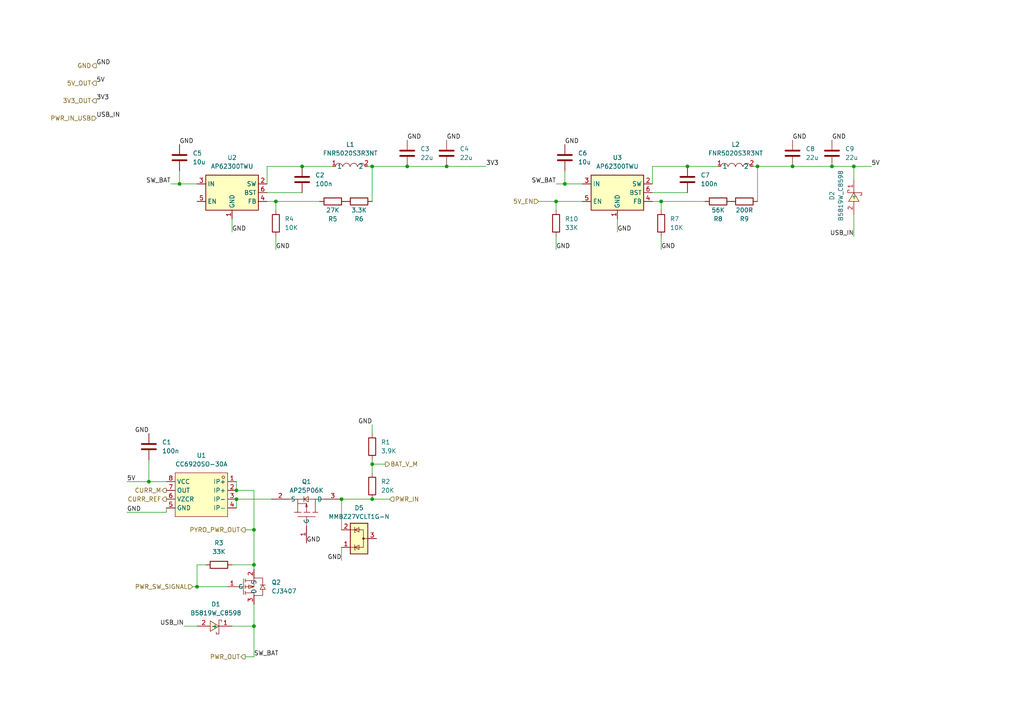
<source format=kicad_sch>
(kicad_sch
	(version 20231120)
	(generator "eeschema")
	(generator_version "8.0")
	(uuid "f21aad97-49b5-4ebe-97a3-34e59d84811e")
	(paper "A4")
	(lib_symbols
		(symbol "Device:C"
			(pin_numbers hide)
			(pin_names
				(offset 0.254)
			)
			(exclude_from_sim no)
			(in_bom yes)
			(on_board yes)
			(property "Reference" "C"
				(at 0.635 2.54 0)
				(effects
					(font
						(size 1.27 1.27)
					)
					(justify left)
				)
			)
			(property "Value" "C"
				(at 0.635 -2.54 0)
				(effects
					(font
						(size 1.27 1.27)
					)
					(justify left)
				)
			)
			(property "Footprint" ""
				(at 0.9652 -3.81 0)
				(effects
					(font
						(size 1.27 1.27)
					)
					(hide yes)
				)
			)
			(property "Datasheet" "~"
				(at 0 0 0)
				(effects
					(font
						(size 1.27 1.27)
					)
					(hide yes)
				)
			)
			(property "Description" "Unpolarized capacitor"
				(at 0 0 0)
				(effects
					(font
						(size 1.27 1.27)
					)
					(hide yes)
				)
			)
			(property "ki_keywords" "cap capacitor"
				(at 0 0 0)
				(effects
					(font
						(size 1.27 1.27)
					)
					(hide yes)
				)
			)
			(property "ki_fp_filters" "C_*"
				(at 0 0 0)
				(effects
					(font
						(size 1.27 1.27)
					)
					(hide yes)
				)
			)
			(symbol "C_0_1"
				(polyline
					(pts
						(xy -2.032 -0.762) (xy 2.032 -0.762)
					)
					(stroke
						(width 0.508)
						(type default)
					)
					(fill
						(type none)
					)
				)
				(polyline
					(pts
						(xy -2.032 0.762) (xy 2.032 0.762)
					)
					(stroke
						(width 0.508)
						(type default)
					)
					(fill
						(type none)
					)
				)
			)
			(symbol "C_1_1"
				(pin passive line
					(at 0 3.81 270)
					(length 2.794)
					(name "~"
						(effects
							(font
								(size 1.27 1.27)
							)
						)
					)
					(number "1"
						(effects
							(font
								(size 1.27 1.27)
							)
						)
					)
				)
				(pin passive line
					(at 0 -3.81 90)
					(length 2.794)
					(name "~"
						(effects
							(font
								(size 1.27 1.27)
							)
						)
					)
					(number "2"
						(effects
							(font
								(size 1.27 1.27)
							)
						)
					)
				)
			)
		)
		(symbol "Device:R"
			(pin_numbers hide)
			(pin_names
				(offset 0)
			)
			(exclude_from_sim no)
			(in_bom yes)
			(on_board yes)
			(property "Reference" "R"
				(at 2.032 0 90)
				(effects
					(font
						(size 1.27 1.27)
					)
				)
			)
			(property "Value" "R"
				(at 0 0 90)
				(effects
					(font
						(size 1.27 1.27)
					)
				)
			)
			(property "Footprint" ""
				(at -1.778 0 90)
				(effects
					(font
						(size 1.27 1.27)
					)
					(hide yes)
				)
			)
			(property "Datasheet" "~"
				(at 0 0 0)
				(effects
					(font
						(size 1.27 1.27)
					)
					(hide yes)
				)
			)
			(property "Description" "Resistor"
				(at 0 0 0)
				(effects
					(font
						(size 1.27 1.27)
					)
					(hide yes)
				)
			)
			(property "ki_keywords" "R res resistor"
				(at 0 0 0)
				(effects
					(font
						(size 1.27 1.27)
					)
					(hide yes)
				)
			)
			(property "ki_fp_filters" "R_*"
				(at 0 0 0)
				(effects
					(font
						(size 1.27 1.27)
					)
					(hide yes)
				)
			)
			(symbol "R_0_1"
				(rectangle
					(start -1.016 -2.54)
					(end 1.016 2.54)
					(stroke
						(width 0.254)
						(type default)
					)
					(fill
						(type none)
					)
				)
			)
			(symbol "R_1_1"
				(pin passive line
					(at 0 3.81 270)
					(length 1.27)
					(name "~"
						(effects
							(font
								(size 1.27 1.27)
							)
						)
					)
					(number "1"
						(effects
							(font
								(size 1.27 1.27)
							)
						)
					)
				)
				(pin passive line
					(at 0 -3.81 90)
					(length 1.27)
					(name "~"
						(effects
							(font
								(size 1.27 1.27)
							)
						)
					)
					(number "2"
						(effects
							(font
								(size 1.27 1.27)
							)
						)
					)
				)
			)
		)
		(symbol "Power_Protection:SP0502BAHT"
			(pin_names hide)
			(exclude_from_sim no)
			(in_bom yes)
			(on_board yes)
			(property "Reference" "D"
				(at 5.715 2.54 0)
				(effects
					(font
						(size 1.27 1.27)
					)
					(justify left)
				)
			)
			(property "Value" "SP0502BAHT"
				(at 5.715 0.635 0)
				(effects
					(font
						(size 1.27 1.27)
					)
					(justify left)
				)
			)
			(property "Footprint" "Package_TO_SOT_SMD:SOT-23"
				(at 5.715 -1.27 0)
				(effects
					(font
						(size 1.27 1.27)
					)
					(justify left)
					(hide yes)
				)
			)
			(property "Datasheet" "http://www.littelfuse.com/~/media/files/littelfuse/technical%20resources/documents/data%20sheets/sp05xxba.pdf"
				(at 3.175 3.175 0)
				(effects
					(font
						(size 1.27 1.27)
					)
					(hide yes)
				)
			)
			(property "Description" "TVS Diode Array, 5.5V Standoff, 2 Channels, SOT-23 package"
				(at 0 0 0)
				(effects
					(font
						(size 1.27 1.27)
					)
					(hide yes)
				)
			)
			(property "ki_keywords" "usb esd protection suppression transient"
				(at 0 0 0)
				(effects
					(font
						(size 1.27 1.27)
					)
					(hide yes)
				)
			)
			(property "ki_fp_filters" "SOT?23*"
				(at 0 0 0)
				(effects
					(font
						(size 1.27 1.27)
					)
					(hide yes)
				)
			)
			(symbol "SP0502BAHT_0_0"
				(pin passive line
					(at 0 -5.08 90)
					(length 2.54)
					(name "A"
						(effects
							(font
								(size 1.27 1.27)
							)
						)
					)
					(number "3"
						(effects
							(font
								(size 1.27 1.27)
							)
						)
					)
				)
			)
			(symbol "SP0502BAHT_0_1"
				(rectangle
					(start -4.445 2.54)
					(end 4.445 -2.54)
					(stroke
						(width 0.254)
						(type default)
					)
					(fill
						(type background)
					)
				)
				(circle
					(center 0 -1.27)
					(radius 0.254)
					(stroke
						(width 0)
						(type default)
					)
					(fill
						(type outline)
					)
				)
				(polyline
					(pts
						(xy -2.54 2.54) (xy -2.54 1.27)
					)
					(stroke
						(width 0)
						(type default)
					)
					(fill
						(type none)
					)
				)
				(polyline
					(pts
						(xy 0 -1.27) (xy 0 -2.54)
					)
					(stroke
						(width 0)
						(type default)
					)
					(fill
						(type none)
					)
				)
				(polyline
					(pts
						(xy 2.54 2.54) (xy 2.54 1.27)
					)
					(stroke
						(width 0)
						(type default)
					)
					(fill
						(type none)
					)
				)
				(polyline
					(pts
						(xy -3.302 1.016) (xy -3.302 1.27) (xy -1.905 1.27) (xy -1.778 1.27)
					)
					(stroke
						(width 0)
						(type default)
					)
					(fill
						(type none)
					)
				)
				(polyline
					(pts
						(xy -2.54 1.27) (xy -2.54 -1.27) (xy 2.54 -1.27) (xy 2.54 1.27)
					)
					(stroke
						(width 0)
						(type default)
					)
					(fill
						(type none)
					)
				)
				(polyline
					(pts
						(xy -2.54 1.27) (xy -1.905 0) (xy -3.175 0) (xy -2.54 1.27)
					)
					(stroke
						(width 0)
						(type default)
					)
					(fill
						(type none)
					)
				)
				(polyline
					(pts
						(xy 1.778 1.016) (xy 1.778 1.27) (xy 3.175 1.27) (xy 3.302 1.27)
					)
					(stroke
						(width 0)
						(type default)
					)
					(fill
						(type none)
					)
				)
				(polyline
					(pts
						(xy 2.54 1.27) (xy 1.905 0) (xy 3.175 0) (xy 2.54 1.27)
					)
					(stroke
						(width 0)
						(type default)
					)
					(fill
						(type none)
					)
				)
			)
			(symbol "SP0502BAHT_1_1"
				(pin passive line
					(at -2.54 5.08 270)
					(length 2.54)
					(name "K"
						(effects
							(font
								(size 1.27 1.27)
							)
						)
					)
					(number "1"
						(effects
							(font
								(size 1.27 1.27)
							)
						)
					)
				)
				(pin passive line
					(at 2.54 5.08 270)
					(length 2.54)
					(name "K"
						(effects
							(font
								(size 1.27 1.27)
							)
						)
					)
					(number "2"
						(effects
							(font
								(size 1.27 1.27)
							)
						)
					)
				)
			)
		)
		(symbol "Regulator_Switching:AP62300TWU"
			(exclude_from_sim no)
			(in_bom yes)
			(on_board yes)
			(property "Reference" "U"
				(at -7.62 6.35 0)
				(effects
					(font
						(size 1.27 1.27)
					)
				)
			)
			(property "Value" "AP62300TWU"
				(at 2.54 6.35 0)
				(effects
					(font
						(size 1.27 1.27)
					)
				)
			)
			(property "Footprint" "Package_TO_SOT_SMD:TSOT-23-6"
				(at 0 -22.86 0)
				(effects
					(font
						(size 1.27 1.27)
					)
					(hide yes)
				)
			)
			(property "Datasheet" "https://www.diodes.com/assets/Datasheets/AP62300_AP62301_AP62300T.pdf"
				(at 0 0 0)
				(effects
					(font
						(size 1.27 1.27)
					)
					(hide yes)
				)
			)
			(property "Description" "3A, 750kHz Buck DC/DC Converter, PFM for light load efficiency, 4.2V-18V input voltage, 0.763V-7V adjustable output voltage, TSOT-23-6"
				(at 0 0 0)
				(effects
					(font
						(size 1.27 1.27)
					)
					(hide yes)
				)
			)
			(property "ki_keywords" "3A Buck DC/DC"
				(at 0 0 0)
				(effects
					(font
						(size 1.27 1.27)
					)
					(hide yes)
				)
			)
			(property "ki_fp_filters" "TSOT?23*"
				(at 0 0 0)
				(effects
					(font
						(size 1.27 1.27)
					)
					(hide yes)
				)
			)
			(symbol "AP62300TWU_0_1"
				(rectangle
					(start -7.62 5.08)
					(end 7.62 -5.08)
					(stroke
						(width 0.254)
						(type default)
					)
					(fill
						(type background)
					)
				)
			)
			(symbol "AP62300TWU_1_1"
				(pin power_in line
					(at 0 -7.62 90)
					(length 2.54)
					(name "GND"
						(effects
							(font
								(size 1.27 1.27)
							)
						)
					)
					(number "1"
						(effects
							(font
								(size 1.27 1.27)
							)
						)
					)
				)
				(pin output line
					(at 10.16 2.54 180)
					(length 2.54)
					(name "SW"
						(effects
							(font
								(size 1.27 1.27)
							)
						)
					)
					(number "2"
						(effects
							(font
								(size 1.27 1.27)
							)
						)
					)
				)
				(pin power_in line
					(at -10.16 2.54 0)
					(length 2.54)
					(name "IN"
						(effects
							(font
								(size 1.27 1.27)
							)
						)
					)
					(number "3"
						(effects
							(font
								(size 1.27 1.27)
							)
						)
					)
				)
				(pin input line
					(at 10.16 -2.54 180)
					(length 2.54)
					(name "FB"
						(effects
							(font
								(size 1.27 1.27)
							)
						)
					)
					(number "4"
						(effects
							(font
								(size 1.27 1.27)
							)
						)
					)
				)
				(pin input line
					(at -10.16 -2.54 0)
					(length 2.54)
					(name "EN"
						(effects
							(font
								(size 1.27 1.27)
							)
						)
					)
					(number "5"
						(effects
							(font
								(size 1.27 1.27)
							)
						)
					)
				)
				(pin passive line
					(at 10.16 0 180)
					(length 2.54)
					(name "BST"
						(effects
							(font
								(size 1.27 1.27)
							)
						)
					)
					(number "6"
						(effects
							(font
								(size 1.27 1.27)
							)
						)
					)
				)
			)
		)
		(symbol "Rocketry:AP25P06K"
			(exclude_from_sim no)
			(in_bom yes)
			(on_board yes)
			(property "Reference" "Q"
				(at 0 15.24 0)
				(effects
					(font
						(size 1.27 1.27)
					)
				)
			)
			(property "Value" "AP25P06K"
				(at 0 -15.24 0)
				(effects
					(font
						(size 1.27 1.27)
					)
				)
			)
			(property "Footprint" "Rocketry:TO-252-2_L6.6-W6.1-P4.57-LS10.1-BL"
				(at 0 -17.78 0)
				(effects
					(font
						(size 1.27 1.27)
					)
					(hide yes)
				)
			)
			(property "Datasheet" ""
				(at 0 0 0)
				(effects
					(font
						(size 1.27 1.27)
					)
					(hide yes)
				)
			)
			(property "Description" ""
				(at 0 0 0)
				(effects
					(font
						(size 1.27 1.27)
					)
					(hide yes)
				)
			)
			(property "LCSC Part" "C2995326"
				(at 0 -20.32 0)
				(effects
					(font
						(size 1.27 1.27)
					)
					(hide yes)
				)
			)
			(symbol "AP25P06K_0_1"
				(polyline
					(pts
						(xy 0 0) (xy -2.29 0)
					)
					(stroke
						(width 0)
						(type default)
					)
					(fill
						(type none)
					)
				)
				(polyline
					(pts
						(xy 0 2.54) (xy 0 -2.54)
					)
					(stroke
						(width 0)
						(type default)
					)
					(fill
						(type none)
					)
				)
				(polyline
					(pts
						(xy 1.27 -2.54) (xy 5.08 -2.54)
					)
					(stroke
						(width 0)
						(type default)
					)
					(fill
						(type none)
					)
				)
				(polyline
					(pts
						(xy 1.27 -1.78) (xy 1.27 -3.3)
					)
					(stroke
						(width 0)
						(type default)
					)
					(fill
						(type none)
					)
				)
				(polyline
					(pts
						(xy 1.27 0.76) (xy 1.27 -1.02)
					)
					(stroke
						(width 0)
						(type default)
					)
					(fill
						(type none)
					)
				)
				(polyline
					(pts
						(xy 1.27 2.54) (xy 5.08 2.54)
					)
					(stroke
						(width 0)
						(type default)
					)
					(fill
						(type none)
					)
				)
				(polyline
					(pts
						(xy 1.27 3.56) (xy 1.27 1.52)
					)
					(stroke
						(width 0)
						(type default)
					)
					(fill
						(type none)
					)
				)
				(polyline
					(pts
						(xy 3.81 0) (xy 2.79 -0.25)
					)
					(stroke
						(width 0)
						(type default)
					)
					(fill
						(type none)
					)
				)
				(polyline
					(pts
						(xy 3.81 2.54) (xy 3.81 0)
					)
					(stroke
						(width 0)
						(type default)
					)
					(fill
						(type none)
					)
				)
				(polyline
					(pts
						(xy 5.08 5.08) (xy 5.08 -5.08)
					)
					(stroke
						(width 0)
						(type default)
					)
					(fill
						(type none)
					)
				)
				(polyline
					(pts
						(xy 5.84 0.76) (xy 4.32 0.76)
					)
					(stroke
						(width 0)
						(type default)
					)
					(fill
						(type none)
					)
				)
				(polyline
					(pts
						(xy 1.27 0) (xy 3.81 0) (xy 2.79 0.25)
					)
					(stroke
						(width 0)
						(type default)
					)
					(fill
						(type none)
					)
				)
				(polyline
					(pts
						(xy 5.84 -0.51) (xy 4.32 -0.51) (xy 5.08 0.76) (xy 5.84 -0.51)
					)
					(stroke
						(width 0)
						(type default)
					)
					(fill
						(type background)
					)
				)
				(pin unspecified line
					(at -7.62 0 0)
					(length 5.08)
					(name "G"
						(effects
							(font
								(size 1.27 1.27)
							)
						)
					)
					(number "1"
						(effects
							(font
								(size 1.27 1.27)
							)
						)
					)
				)
				(pin unspecified line
					(at 5.08 10.16 270)
					(length 5.08)
					(name "S"
						(effects
							(font
								(size 1.27 1.27)
							)
						)
					)
					(number "2"
						(effects
							(font
								(size 1.27 1.27)
							)
						)
					)
				)
				(pin unspecified line
					(at 5.08 -10.16 90)
					(length 5.08)
					(name "D"
						(effects
							(font
								(size 1.27 1.27)
							)
						)
					)
					(number "3"
						(effects
							(font
								(size 1.27 1.27)
							)
						)
					)
				)
			)
		)
		(symbol "Rocketry:B5819W_C8598"
			(exclude_from_sim no)
			(in_bom yes)
			(on_board yes)
			(property "Reference" "D"
				(at 0 5.08 0)
				(effects
					(font
						(size 1.27 1.27)
					)
				)
			)
			(property "Value" "B5819W_C8598"
				(at 0 -5.08 0)
				(effects
					(font
						(size 1.27 1.27)
					)
				)
			)
			(property "Footprint" "Rocketry:SOD-123_L2.7-W1.6-LS3.7-RD-1"
				(at 0 -7.62 0)
				(effects
					(font
						(size 1.27 1.27)
					)
					(hide yes)
				)
			)
			(property "Datasheet" "https://lcsc.com/product-detail/Schottky-Barrier-Diodes-SBD_B5819W-SL_C8598.html"
				(at 0 -10.16 0)
				(effects
					(font
						(size 1.27 1.27)
					)
					(hide yes)
				)
			)
			(property "Description" ""
				(at 0 0 0)
				(effects
					(font
						(size 1.27 1.27)
					)
					(hide yes)
				)
			)
			(property "LCSC Part" "C8598"
				(at 0 -12.7 0)
				(effects
					(font
						(size 1.27 1.27)
					)
					(hide yes)
				)
			)
			(symbol "B5819W_C8598_0_1"
				(polyline
					(pts
						(xy 1.27 1.52) (xy -1.27 0) (xy 1.27 -1.52) (xy 1.27 1.52)
					)
					(stroke
						(width 0)
						(type default)
					)
					(fill
						(type background)
					)
				)
				(polyline
					(pts
						(xy -0.51 -1.78) (xy -0.51 -2.29) (xy -1.27 -2.29) (xy -1.27 1.02) (xy -1.27 1.78) (xy -2.03 1.78)
						(xy -2.03 1.27)
					)
					(stroke
						(width 0)
						(type default)
					)
					(fill
						(type none)
					)
				)
				(pin unspecified line
					(at -5.08 0 0)
					(length 3.81)
					(name "-"
						(effects
							(font
								(size 1.27 1.27)
							)
						)
					)
					(number "1"
						(effects
							(font
								(size 1.27 1.27)
							)
						)
					)
				)
				(pin unspecified line
					(at 5.08 0 180)
					(length 3.81)
					(name "+"
						(effects
							(font
								(size 1.27 1.27)
							)
						)
					)
					(number "2"
						(effects
							(font
								(size 1.27 1.27)
							)
						)
					)
				)
			)
		)
		(symbol "Rocketry:CC6920SO-30A"
			(exclude_from_sim no)
			(in_bom yes)
			(on_board yes)
			(property "Reference" "U"
				(at 0 8.89 0)
				(effects
					(font
						(size 1.27 1.27)
					)
				)
			)
			(property "Value" "CC6920SO-30A"
				(at 0 -8.89 0)
				(effects
					(font
						(size 1.27 1.27)
					)
				)
			)
			(property "Footprint" "Rocketry:SOP-8_L4.9-W3.9-P1.27-LS6.0-BL"
				(at 0 -11.43 0)
				(effects
					(font
						(size 1.27 1.27)
					)
					(hide yes)
				)
			)
			(property "Datasheet" ""
				(at 0 0 0)
				(effects
					(font
						(size 1.27 1.27)
					)
					(hide yes)
				)
			)
			(property "Description" ""
				(at 0 0 0)
				(effects
					(font
						(size 1.27 1.27)
					)
					(hide yes)
				)
			)
			(property "LCSC Part" "C2760491"
				(at 0 -13.97 0)
				(effects
					(font
						(size 1.27 1.27)
					)
					(hide yes)
				)
			)
			(symbol "CC6920SO-30A_0_1"
				(rectangle
					(start -7.62 6.35)
					(end 7.62 -6.35)
					(stroke
						(width 0)
						(type default)
					)
					(fill
						(type background)
					)
				)
				(circle
					(center -6.35 5.08)
					(radius 0.38)
					(stroke
						(width 0)
						(type default)
					)
					(fill
						(type none)
					)
				)
				(pin unspecified line
					(at -10.16 3.81 0)
					(length 2.54)
					(name "IP+"
						(effects
							(font
								(size 1.27 1.27)
							)
						)
					)
					(number "1"
						(effects
							(font
								(size 1.27 1.27)
							)
						)
					)
				)
				(pin unspecified line
					(at -10.16 1.27 0)
					(length 2.54)
					(name "IP+"
						(effects
							(font
								(size 1.27 1.27)
							)
						)
					)
					(number "2"
						(effects
							(font
								(size 1.27 1.27)
							)
						)
					)
				)
				(pin unspecified line
					(at -10.16 -1.27 0)
					(length 2.54)
					(name "IP-"
						(effects
							(font
								(size 1.27 1.27)
							)
						)
					)
					(number "3"
						(effects
							(font
								(size 1.27 1.27)
							)
						)
					)
				)
				(pin unspecified line
					(at -10.16 -3.81 0)
					(length 2.54)
					(name "IP-"
						(effects
							(font
								(size 1.27 1.27)
							)
						)
					)
					(number "4"
						(effects
							(font
								(size 1.27 1.27)
							)
						)
					)
				)
				(pin unspecified line
					(at 10.16 -3.81 180)
					(length 2.54)
					(name "GND"
						(effects
							(font
								(size 1.27 1.27)
							)
						)
					)
					(number "5"
						(effects
							(font
								(size 1.27 1.27)
							)
						)
					)
				)
				(pin unspecified line
					(at 10.16 -1.27 180)
					(length 2.54)
					(name "VZCR"
						(effects
							(font
								(size 1.27 1.27)
							)
						)
					)
					(number "6"
						(effects
							(font
								(size 1.27 1.27)
							)
						)
					)
				)
				(pin unspecified line
					(at 10.16 1.27 180)
					(length 2.54)
					(name "OUT"
						(effects
							(font
								(size 1.27 1.27)
							)
						)
					)
					(number "7"
						(effects
							(font
								(size 1.27 1.27)
							)
						)
					)
				)
				(pin unspecified line
					(at 10.16 3.81 180)
					(length 2.54)
					(name "VCC"
						(effects
							(font
								(size 1.27 1.27)
							)
						)
					)
					(number "8"
						(effects
							(font
								(size 1.27 1.27)
							)
						)
					)
				)
			)
		)
		(symbol "Rocketry:CJ3407"
			(exclude_from_sim no)
			(in_bom yes)
			(on_board yes)
			(property "Reference" "Q"
				(at 0 10.16 0)
				(effects
					(font
						(size 1.27 1.27)
					)
				)
			)
			(property "Value" "CJ3407"
				(at 0 -10.16 0)
				(effects
					(font
						(size 1.27 1.27)
					)
				)
			)
			(property "Footprint" "Rocketry:SOT-23-3_L2.9-W1.6-P1.90-LS2.8-BR"
				(at 0 -12.7 0)
				(effects
					(font
						(size 1.27 1.27)
					)
					(hide yes)
				)
			)
			(property "Datasheet" "https://lcsc.com/product-detail/MOSFET_CJ3407-3407_C15903.html"
				(at 0 -15.24 0)
				(effects
					(font
						(size 1.27 1.27)
					)
					(hide yes)
				)
			)
			(property "Description" ""
				(at 0 0 0)
				(effects
					(font
						(size 1.27 1.27)
					)
					(hide yes)
				)
			)
			(property "LCSC Part" "C15903"
				(at 0 -17.78 0)
				(effects
					(font
						(size 1.27 1.27)
					)
					(hide yes)
				)
			)
			(symbol "CJ3407_0_1"
				(polyline
					(pts
						(xy -2.54 0) (xy -0.51 0)
					)
					(stroke
						(width 0)
						(type default)
					)
					(fill
						(type none)
					)
				)
				(polyline
					(pts
						(xy -0.51 2.29) (xy -0.51 -2.29)
					)
					(stroke
						(width 0)
						(type default)
					)
					(fill
						(type none)
					)
				)
				(polyline
					(pts
						(xy 0 -2.29) (xy 0 -1.27)
					)
					(stroke
						(width 0)
						(type default)
					)
					(fill
						(type none)
					)
				)
				(polyline
					(pts
						(xy 0 -0.51) (xy 0 0.51)
					)
					(stroke
						(width 0)
						(type default)
					)
					(fill
						(type none)
					)
				)
				(polyline
					(pts
						(xy 0 1.27) (xy 0 2.29)
					)
					(stroke
						(width 0)
						(type default)
					)
					(fill
						(type none)
					)
				)
				(polyline
					(pts
						(xy 2.54 -1.78) (xy 0 -1.78)
					)
					(stroke
						(width 0)
						(type default)
					)
					(fill
						(type none)
					)
				)
				(polyline
					(pts
						(xy 2.54 1.78) (xy 0 1.78)
					)
					(stroke
						(width 0)
						(type default)
					)
					(fill
						(type none)
					)
				)
				(polyline
					(pts
						(xy 0 0) (xy 2.54 0) (xy 2.54 -2.54)
					)
					(stroke
						(width 0)
						(type default)
					)
					(fill
						(type none)
					)
				)
				(polyline
					(pts
						(xy 2.54 -2.54) (xy 5.08 -2.54) (xy 5.08 -0.51)
					)
					(stroke
						(width 0)
						(type default)
					)
					(fill
						(type none)
					)
				)
				(polyline
					(pts
						(xy 2.54 0) (xy 1.02 0.51) (xy 1.02 -0.51) (xy 2.54 0)
					)
					(stroke
						(width 0)
						(type default)
					)
					(fill
						(type background)
					)
				)
				(polyline
					(pts
						(xy 2.54 1.78) (xy 2.54 2.54) (xy 5.08 2.54) (xy 5.08 0.76)
					)
					(stroke
						(width 0)
						(type default)
					)
					(fill
						(type none)
					)
				)
				(polyline
					(pts
						(xy 5.08 -0.51) (xy 5.84 0.76) (xy 4.32 0.76) (xy 5.08 -0.51)
					)
					(stroke
						(width 0)
						(type default)
					)
					(fill
						(type background)
					)
				)
				(polyline
					(pts
						(xy 5.84 -0.51) (xy 5.59 -0.51) (xy 4.57 -0.51) (xy 4.32 -0.51)
					)
					(stroke
						(width 0)
						(type default)
					)
					(fill
						(type none)
					)
				)
				(pin unspecified line
					(at -5.08 0 0)
					(length 2.54)
					(name "G"
						(effects
							(font
								(size 1.27 1.27)
							)
						)
					)
					(number "1"
						(effects
							(font
								(size 1.27 1.27)
							)
						)
					)
				)
				(pin unspecified line
					(at 2.54 -5.08 90)
					(length 2.54)
					(name "S"
						(effects
							(font
								(size 1.27 1.27)
							)
						)
					)
					(number "2"
						(effects
							(font
								(size 1.27 1.27)
							)
						)
					)
				)
				(pin unspecified line
					(at 2.54 5.08 270)
					(length 2.54)
					(name "D"
						(effects
							(font
								(size 1.27 1.27)
							)
						)
					)
					(number "3"
						(effects
							(font
								(size 1.27 1.27)
							)
						)
					)
				)
			)
		)
		(symbol "Rocketry:FNR5020S3R3NT"
			(exclude_from_sim no)
			(in_bom yes)
			(on_board yes)
			(property "Reference" "L"
				(at 0 5.08 0)
				(effects
					(font
						(size 1.27 1.27)
					)
				)
			)
			(property "Value" "FNR5020S3R3NT"
				(at 0 -5.08 0)
				(effects
					(font
						(size 1.27 1.27)
					)
				)
			)
			(property "Footprint" "Rocketry:IND-SMD_L5.0-W5.0_FNR50XXS"
				(at 0 -7.62 0)
				(effects
					(font
						(size 1.27 1.27)
					)
					(hide yes)
				)
			)
			(property "Datasheet" "https://lcsc.com/product-detail/Power-Inductors_3-3uH-30-2-5A_C167926.html"
				(at 0 -10.16 0)
				(effects
					(font
						(size 1.27 1.27)
					)
					(hide yes)
				)
			)
			(property "Description" ""
				(at 0 0 0)
				(effects
					(font
						(size 1.27 1.27)
					)
					(hide yes)
				)
			)
			(property "LCSC Part" "C167926"
				(at 0 -12.7 0)
				(effects
					(font
						(size 1.27 1.27)
					)
					(hide yes)
				)
			)
			(symbol "FNR5020S3R3NT_0_1"
				(arc
					(start -2.27 -0.02)
					(mid -3.28 0.9027)
					(end -4.29 -0.02)
					(stroke
						(width 0)
						(type default)
					)
					(fill
						(type none)
					)
				)
				(arc
					(start -0.11 -0.02)
					(mid -1.12 0.9071)
					(end -2.13 -0.02)
					(stroke
						(width 0)
						(type default)
					)
					(fill
						(type none)
					)
				)
				(arc
					(start 2.04 -0.02)
					(mid 1.03 0.9071)
					(end 0.02 -0.02)
					(stroke
						(width 0)
						(type default)
					)
					(fill
						(type none)
					)
				)
				(arc
					(start 4.23 -0.02)
					(mid 3.22 0.9071)
					(end 2.21 -0.02)
					(stroke
						(width 0)
						(type default)
					)
					(fill
						(type none)
					)
				)
				(pin unspecified line
					(at -5.08 0 0)
					(length 0.762)
					(name "1"
						(effects
							(font
								(size 1.27 1.27)
							)
						)
					)
					(number "1"
						(effects
							(font
								(size 1.27 1.27)
							)
						)
					)
				)
				(pin unspecified line
					(at 5.08 0 180)
					(length 0.762)
					(name "2"
						(effects
							(font
								(size 1.27 1.27)
							)
						)
					)
					(number "2"
						(effects
							(font
								(size 1.27 1.27)
							)
						)
					)
				)
			)
		)
	)
	(junction
		(at 229.87 48.26)
		(diameter 0)
		(color 0 0 0 0)
		(uuid "02d12f84-2328-49c4-b447-d42990db3188")
	)
	(junction
		(at 73.66 163.83)
		(diameter 0)
		(color 0 0 0 0)
		(uuid "0b9d1bad-1bea-4eee-8837-d0f808eca51a")
	)
	(junction
		(at 68.58 144.78)
		(diameter 0)
		(color 0 0 0 0)
		(uuid "0d92dc33-8d33-49b9-832f-2bcbec6570b9")
	)
	(junction
		(at 107.95 48.26)
		(diameter 0)
		(color 0 0 0 0)
		(uuid "24fba0e8-5283-462c-91cf-7cf30dfae85b")
	)
	(junction
		(at 241.3 48.26)
		(diameter 0)
		(color 0 0 0 0)
		(uuid "257c3147-875a-45be-9baf-0a6d2fd62a99")
	)
	(junction
		(at 68.58 142.24)
		(diameter 0)
		(color 0 0 0 0)
		(uuid "31ede06a-67e9-4424-a095-44a0ddff47c8")
	)
	(junction
		(at 219.71 48.26)
		(diameter 0)
		(color 0 0 0 0)
		(uuid "33a7f26d-1536-4639-8e96-f74a88f2c761")
	)
	(junction
		(at 129.54 48.26)
		(diameter 0)
		(color 0 0 0 0)
		(uuid "3473502c-1882-4d2f-af1f-5b88824aa834")
	)
	(junction
		(at 163.83 53.34)
		(diameter 0)
		(color 0 0 0 0)
		(uuid "3ae8183d-540f-4ea0-ae66-cfc1d0202557")
	)
	(junction
		(at 52.07 53.34)
		(diameter 0)
		(color 0 0 0 0)
		(uuid "495b95f6-4c27-447a-aa14-5f4aac5f3a27")
	)
	(junction
		(at 87.63 48.26)
		(diameter 0)
		(color 0 0 0 0)
		(uuid "57c462e2-0a87-49cb-8602-7aef96a347aa")
	)
	(junction
		(at 199.39 48.26)
		(diameter 0)
		(color 0 0 0 0)
		(uuid "74d86c25-e858-4e3b-bbc8-995d5f2ba28b")
	)
	(junction
		(at 107.95 134.62)
		(diameter 0)
		(color 0 0 0 0)
		(uuid "77beab79-e9ac-461d-8cb9-33f81b5d34a0")
	)
	(junction
		(at 247.65 48.26)
		(diameter 0)
		(color 0 0 0 0)
		(uuid "79c90bc0-b6b6-41a0-8cb2-7d0cc3288c42")
	)
	(junction
		(at 43.18 139.7)
		(diameter 0)
		(color 0 0 0 0)
		(uuid "878d7b43-8783-4531-a262-4868eecc2d01")
	)
	(junction
		(at 191.77 58.42)
		(diameter 0)
		(color 0 0 0 0)
		(uuid "8bbcc259-b555-40b4-896c-464656e3c90e")
	)
	(junction
		(at 161.29 58.42)
		(diameter 0)
		(color 0 0 0 0)
		(uuid "9228a524-86f4-4707-b78f-6f74f67b03da")
	)
	(junction
		(at 80.01 58.42)
		(diameter 0)
		(color 0 0 0 0)
		(uuid "b6655e75-7822-4619-b9b8-9fccb0eedb40")
	)
	(junction
		(at 118.11 48.26)
		(diameter 0)
		(color 0 0 0 0)
		(uuid "bf927067-7c86-443b-a18e-7b5745979997")
	)
	(junction
		(at 73.66 181.61)
		(diameter 0)
		(color 0 0 0 0)
		(uuid "c46e6705-7fed-48bd-a80a-ebcd5a33d573")
	)
	(junction
		(at 99.06 144.78)
		(diameter 0)
		(color 0 0 0 0)
		(uuid "c5c8052f-3793-48c8-9dd7-33da485161e6")
	)
	(junction
		(at 107.95 144.78)
		(diameter 0)
		(color 0 0 0 0)
		(uuid "e659b289-1bbd-4e11-91e0-b76710f25948")
	)
	(junction
		(at 73.66 153.67)
		(diameter 0)
		(color 0 0 0 0)
		(uuid "e909b5e9-cf29-43da-b681-a11f614f60cd")
	)
	(junction
		(at 57.15 170.18)
		(diameter 0)
		(color 0 0 0 0)
		(uuid "fa65cbfc-f0b4-43b8-bbc3-882194e77cf5")
	)
	(wire
		(pts
			(xy 189.23 53.34) (xy 189.23 48.26)
		)
		(stroke
			(width 0)
			(type default)
		)
		(uuid "01979873-0f56-42b7-bca5-80a4ac5581ac")
	)
	(wire
		(pts
			(xy 67.31 163.83) (xy 73.66 163.83)
		)
		(stroke
			(width 0)
			(type default)
		)
		(uuid "0546be60-83db-4838-aa79-373d846ac808")
	)
	(wire
		(pts
			(xy 247.65 48.26) (xy 247.65 52.07)
		)
		(stroke
			(width 0)
			(type default)
		)
		(uuid "056695c5-1298-41c6-9999-b8c51c2c9e4a")
	)
	(wire
		(pts
			(xy 36.83 139.7) (xy 43.18 139.7)
		)
		(stroke
			(width 0)
			(type default)
		)
		(uuid "079f3498-df17-492a-b0a1-f80a91ee4172")
	)
	(wire
		(pts
			(xy 163.83 53.34) (xy 168.91 53.34)
		)
		(stroke
			(width 0)
			(type default)
		)
		(uuid "1082fd44-9aff-432a-9dc7-fbe652e09f04")
	)
	(wire
		(pts
			(xy 191.77 68.58) (xy 191.77 72.39)
		)
		(stroke
			(width 0)
			(type default)
		)
		(uuid "115e12f3-64b0-428e-994e-3d661e5c29fb")
	)
	(wire
		(pts
			(xy 73.66 142.24) (xy 73.66 153.67)
		)
		(stroke
			(width 0)
			(type default)
		)
		(uuid "17b6129d-65ed-48ef-9d06-94af39155b84")
	)
	(wire
		(pts
			(xy 49.53 53.34) (xy 52.07 53.34)
		)
		(stroke
			(width 0)
			(type default)
		)
		(uuid "183299ce-0d63-40ff-938a-23cf84d6c3f4")
	)
	(wire
		(pts
			(xy 129.54 48.26) (xy 140.97 48.26)
		)
		(stroke
			(width 0)
			(type default)
		)
		(uuid "19587886-d5a3-495a-9a6b-b89e1fab3cf8")
	)
	(wire
		(pts
			(xy 43.18 139.7) (xy 48.26 139.7)
		)
		(stroke
			(width 0)
			(type default)
		)
		(uuid "1c770c42-350e-4381-a3e3-7d60800f32b7")
	)
	(wire
		(pts
			(xy 99.06 144.78) (xy 99.06 153.67)
		)
		(stroke
			(width 0)
			(type default)
		)
		(uuid "2011bed2-828b-4050-a3a6-22664fb74ac9")
	)
	(wire
		(pts
			(xy 161.29 53.34) (xy 163.83 53.34)
		)
		(stroke
			(width 0)
			(type default)
		)
		(uuid "29e86052-e661-41e0-9626-d111ed4aabdd")
	)
	(wire
		(pts
			(xy 77.47 55.88) (xy 87.63 55.88)
		)
		(stroke
			(width 0)
			(type default)
		)
		(uuid "2a64e6a3-4fea-4679-b953-4aec823f5ea0")
	)
	(wire
		(pts
			(xy 229.87 48.26) (xy 241.3 48.26)
		)
		(stroke
			(width 0)
			(type default)
		)
		(uuid "2db233d1-a39b-4201-83c4-0442a274ba1e")
	)
	(wire
		(pts
			(xy 219.71 48.26) (xy 229.87 48.26)
		)
		(stroke
			(width 0)
			(type default)
		)
		(uuid "2f946b8e-3b0d-4f9a-8e6a-6579ede3b754")
	)
	(wire
		(pts
			(xy 68.58 144.78) (xy 78.74 144.78)
		)
		(stroke
			(width 0)
			(type default)
		)
		(uuid "2fd97922-6f23-4000-aa21-86804e0facae")
	)
	(wire
		(pts
			(xy 73.66 175.26) (xy 73.66 181.61)
		)
		(stroke
			(width 0)
			(type default)
		)
		(uuid "303edbb0-e5bb-4983-ab10-5802e007a413")
	)
	(wire
		(pts
			(xy 73.66 153.67) (xy 73.66 163.83)
		)
		(stroke
			(width 0)
			(type default)
		)
		(uuid "32b835d8-8810-4638-a821-de2b157d29ce")
	)
	(wire
		(pts
			(xy 55.88 170.18) (xy 57.15 170.18)
		)
		(stroke
			(width 0)
			(type default)
		)
		(uuid "36c9006c-b9cd-4cd0-a3d4-771158deeeb6")
	)
	(wire
		(pts
			(xy 36.83 148.59) (xy 48.26 148.59)
		)
		(stroke
			(width 0)
			(type default)
		)
		(uuid "39e315ee-3197-43b4-b247-8356d5d528bf")
	)
	(wire
		(pts
			(xy 219.71 48.26) (xy 219.71 58.42)
		)
		(stroke
			(width 0)
			(type default)
		)
		(uuid "3c9f8dc6-8197-4e57-865e-253c617ca5f9")
	)
	(wire
		(pts
			(xy 106.68 48.26) (xy 107.95 48.26)
		)
		(stroke
			(width 0)
			(type default)
		)
		(uuid "41cec33a-8b31-4659-badb-af24fbac8f5d")
	)
	(wire
		(pts
			(xy 71.12 190.5) (xy 73.66 190.5)
		)
		(stroke
			(width 0)
			(type default)
		)
		(uuid "427356ce-2d93-48e2-9e53-198ce3a54220")
	)
	(wire
		(pts
			(xy 189.23 48.26) (xy 199.39 48.26)
		)
		(stroke
			(width 0)
			(type default)
		)
		(uuid "44f69b7e-c9bd-4199-a83e-3f99959ea608")
	)
	(wire
		(pts
			(xy 57.15 163.83) (xy 57.15 170.18)
		)
		(stroke
			(width 0)
			(type default)
		)
		(uuid "4555fc52-6526-41fc-b5a9-44fbb2ea8139")
	)
	(wire
		(pts
			(xy 99.06 144.78) (xy 107.95 144.78)
		)
		(stroke
			(width 0)
			(type default)
		)
		(uuid "4860eaed-5068-4a08-a817-f4ce4247cf71")
	)
	(wire
		(pts
			(xy 118.11 48.26) (xy 129.54 48.26)
		)
		(stroke
			(width 0)
			(type default)
		)
		(uuid "530decb7-7983-4bc5-89c1-dd2d54024fa7")
	)
	(wire
		(pts
			(xy 241.3 48.26) (xy 247.65 48.26)
		)
		(stroke
			(width 0)
			(type default)
		)
		(uuid "53931096-0672-4380-b9a6-071cefdb5dd6")
	)
	(wire
		(pts
			(xy 179.07 63.5) (xy 179.07 67.31)
		)
		(stroke
			(width 0)
			(type default)
		)
		(uuid "56ee14c7-b3d4-4684-a281-3e856c93551c")
	)
	(wire
		(pts
			(xy 107.95 48.26) (xy 118.11 48.26)
		)
		(stroke
			(width 0)
			(type default)
		)
		(uuid "5f41313f-5697-4cef-b75e-6cd597d28b4f")
	)
	(wire
		(pts
			(xy 77.47 48.26) (xy 87.63 48.26)
		)
		(stroke
			(width 0)
			(type default)
		)
		(uuid "61a0530f-6a7f-47ee-bba2-8d71e1c9fd82")
	)
	(wire
		(pts
			(xy 67.31 181.61) (xy 73.66 181.61)
		)
		(stroke
			(width 0)
			(type default)
		)
		(uuid "6b93f035-1692-4715-8baa-a3a234bff06a")
	)
	(wire
		(pts
			(xy 80.01 58.42) (xy 92.71 58.42)
		)
		(stroke
			(width 0)
			(type default)
		)
		(uuid "6d69eb99-a52b-41c5-9386-896cb9f0aef8")
	)
	(wire
		(pts
			(xy 48.26 147.32) (xy 48.26 148.59)
		)
		(stroke
			(width 0)
			(type default)
		)
		(uuid "76b61971-5cb2-43bd-b942-bcf833a302a1")
	)
	(wire
		(pts
			(xy 107.95 144.78) (xy 113.03 144.78)
		)
		(stroke
			(width 0)
			(type default)
		)
		(uuid "8169f747-44d6-49de-8a65-746769498f3c")
	)
	(wire
		(pts
			(xy 68.58 139.7) (xy 68.58 142.24)
		)
		(stroke
			(width 0)
			(type default)
		)
		(uuid "91aedcb0-f165-4aef-b9af-7fbbdfbe8cbd")
	)
	(wire
		(pts
			(xy 161.29 58.42) (xy 161.29 60.96)
		)
		(stroke
			(width 0)
			(type default)
		)
		(uuid "94a215ae-5349-4232-8f78-efaf0348f474")
	)
	(wire
		(pts
			(xy 52.07 49.53) (xy 52.07 53.34)
		)
		(stroke
			(width 0)
			(type default)
		)
		(uuid "9595ee15-2653-4115-82fb-ce733fc9cd4a")
	)
	(wire
		(pts
			(xy 156.21 58.42) (xy 161.29 58.42)
		)
		(stroke
			(width 0)
			(type default)
		)
		(uuid "97ab6c1d-5d1a-41fe-b2d8-4d846ca5f177")
	)
	(wire
		(pts
			(xy 161.29 58.42) (xy 168.91 58.42)
		)
		(stroke
			(width 0)
			(type default)
		)
		(uuid "9881643c-8215-40fd-a056-7a552f8d5884")
	)
	(wire
		(pts
			(xy 247.65 68.58) (xy 247.65 62.23)
		)
		(stroke
			(width 0)
			(type default)
		)
		(uuid "9c15cd91-a1f9-4057-bb2f-e292ed099654")
	)
	(wire
		(pts
			(xy 73.66 163.83) (xy 73.66 165.1)
		)
		(stroke
			(width 0)
			(type default)
		)
		(uuid "9fd3735b-ee90-474d-a4c8-93875a356fd8")
	)
	(wire
		(pts
			(xy 107.95 48.26) (xy 107.95 58.42)
		)
		(stroke
			(width 0)
			(type default)
		)
		(uuid "a3118792-c9ee-4311-80be-3c31218d4bb7")
	)
	(wire
		(pts
			(xy 99.06 158.75) (xy 99.06 162.56)
		)
		(stroke
			(width 0)
			(type default)
		)
		(uuid "a31f8e25-c100-4c6a-8b5d-69002fa63a49")
	)
	(wire
		(pts
			(xy 189.23 58.42) (xy 191.77 58.42)
		)
		(stroke
			(width 0)
			(type default)
		)
		(uuid "a3a60b89-31b6-4223-bb8e-7fd89e2f66e6")
	)
	(wire
		(pts
			(xy 87.63 48.26) (xy 96.52 48.26)
		)
		(stroke
			(width 0)
			(type default)
		)
		(uuid "a6bf9e5c-1599-47bf-a38e-927719fab46a")
	)
	(wire
		(pts
			(xy 80.01 58.42) (xy 80.01 60.96)
		)
		(stroke
			(width 0)
			(type default)
		)
		(uuid "a6e5e3a9-431e-4381-a198-b06dddd221d3")
	)
	(wire
		(pts
			(xy 191.77 58.42) (xy 204.47 58.42)
		)
		(stroke
			(width 0)
			(type default)
		)
		(uuid "ab90405a-91bd-41eb-a579-10e390a27752")
	)
	(wire
		(pts
			(xy 161.29 68.58) (xy 161.29 72.39)
		)
		(stroke
			(width 0)
			(type default)
		)
		(uuid "abfeeb38-c5bc-463a-9b08-30ed88e4cef9")
	)
	(wire
		(pts
			(xy 52.07 53.34) (xy 57.15 53.34)
		)
		(stroke
			(width 0)
			(type default)
		)
		(uuid "ad26cce0-3075-4379-9712-09a428d5f13f")
	)
	(wire
		(pts
			(xy 107.95 123.19) (xy 107.95 125.73)
		)
		(stroke
			(width 0)
			(type default)
		)
		(uuid "ad398a62-bab4-4057-96bf-c4892962dd46")
	)
	(wire
		(pts
			(xy 189.23 55.88) (xy 199.39 55.88)
		)
		(stroke
			(width 0)
			(type default)
		)
		(uuid "afe823f7-fe5e-4b67-abaf-2f33a94b4beb")
	)
	(wire
		(pts
			(xy 73.66 142.24) (xy 68.58 142.24)
		)
		(stroke
			(width 0)
			(type default)
		)
		(uuid "b1318dfd-a7cd-454a-94c4-de0907fe4e55")
	)
	(wire
		(pts
			(xy 77.47 58.42) (xy 80.01 58.42)
		)
		(stroke
			(width 0)
			(type default)
		)
		(uuid "b1d46778-932f-488b-a395-16e898207fc1")
	)
	(wire
		(pts
			(xy 107.95 134.62) (xy 107.95 137.16)
		)
		(stroke
			(width 0)
			(type default)
		)
		(uuid "b57810e5-8b8a-4045-a49e-e271c3685b94")
	)
	(wire
		(pts
			(xy 53.34 181.61) (xy 57.15 181.61)
		)
		(stroke
			(width 0)
			(type default)
		)
		(uuid "bda4e8cd-e483-41c7-a79d-d9c54a63c4f4")
	)
	(wire
		(pts
			(xy 163.83 49.53) (xy 163.83 53.34)
		)
		(stroke
			(width 0)
			(type default)
		)
		(uuid "bed737a9-4245-41db-be5b-87a5e73f8eb8")
	)
	(wire
		(pts
			(xy 57.15 170.18) (xy 66.04 170.18)
		)
		(stroke
			(width 0)
			(type default)
		)
		(uuid "c3ca37e7-b870-48f5-8bed-383fdef464d1")
	)
	(wire
		(pts
			(xy 73.66 181.61) (xy 73.66 190.5)
		)
		(stroke
			(width 0)
			(type default)
		)
		(uuid "ca27232c-5535-42e2-9e5f-91c50b9da482")
	)
	(wire
		(pts
			(xy 57.15 163.83) (xy 59.69 163.83)
		)
		(stroke
			(width 0)
			(type default)
		)
		(uuid "d7b25930-bb40-4eb0-b616-88262abc35f0")
	)
	(wire
		(pts
			(xy 247.65 48.26) (xy 252.73 48.26)
		)
		(stroke
			(width 0)
			(type default)
		)
		(uuid "d99bf82e-cb87-41d2-a9a8-6ca7ab6bd542")
	)
	(wire
		(pts
			(xy 107.95 134.62) (xy 107.95 133.35)
		)
		(stroke
			(width 0)
			(type default)
		)
		(uuid "dd157794-516c-43c1-8ab0-92f2f8c667bf")
	)
	(wire
		(pts
			(xy 218.44 48.26) (xy 219.71 48.26)
		)
		(stroke
			(width 0)
			(type default)
		)
		(uuid "dfb38f60-6261-4d7d-8517-166edb4543ba")
	)
	(wire
		(pts
			(xy 199.39 48.26) (xy 208.28 48.26)
		)
		(stroke
			(width 0)
			(type default)
		)
		(uuid "e1333809-479e-430c-9dfe-fb32c0971718")
	)
	(wire
		(pts
			(xy 80.01 68.58) (xy 80.01 72.39)
		)
		(stroke
			(width 0)
			(type default)
		)
		(uuid "e5f5f1a5-2b5b-4e10-8504-8d2dea34a731")
	)
	(wire
		(pts
			(xy 191.77 58.42) (xy 191.77 60.96)
		)
		(stroke
			(width 0)
			(type default)
		)
		(uuid "e6b184d9-7f5f-415e-ab91-301b817a651f")
	)
	(wire
		(pts
			(xy 77.47 53.34) (xy 77.47 48.26)
		)
		(stroke
			(width 0)
			(type default)
		)
		(uuid "e9591f5f-0998-4d7c-a0b9-dc8ad99c557f")
	)
	(wire
		(pts
			(xy 68.58 144.78) (xy 68.58 147.32)
		)
		(stroke
			(width 0)
			(type default)
		)
		(uuid "ea8e5ace-ea1f-46f6-8845-4e44b18af652")
	)
	(wire
		(pts
			(xy 71.12 153.67) (xy 73.66 153.67)
		)
		(stroke
			(width 0)
			(type default)
		)
		(uuid "ea9784a0-b222-4c97-a90f-cbb9bc5e4ccc")
	)
	(wire
		(pts
			(xy 67.31 63.5) (xy 67.31 67.31)
		)
		(stroke
			(width 0)
			(type default)
		)
		(uuid "f031e981-43ea-47ef-bded-d445d3b78d32")
	)
	(wire
		(pts
			(xy 107.95 134.62) (xy 111.76 134.62)
		)
		(stroke
			(width 0)
			(type default)
		)
		(uuid "f649ef69-4330-48f2-8817-dfbab9f494ac")
	)
	(wire
		(pts
			(xy 43.18 133.35) (xy 43.18 139.7)
		)
		(stroke
			(width 0)
			(type default)
		)
		(uuid "f750be60-40e8-432f-9a2e-22abf67b48cf")
	)
	(label "SW_BAT"
		(at 73.66 190.5 0)
		(fields_autoplaced yes)
		(effects
			(font
				(size 1.27 1.27)
			)
			(justify left bottom)
		)
		(uuid "038a4f38-94d8-4622-a034-ae9f876a6eae")
	)
	(label "GND"
		(at 241.3 40.64 0)
		(fields_autoplaced yes)
		(effects
			(font
				(size 1.27 1.27)
			)
			(justify left bottom)
		)
		(uuid "078ddb9d-0bd5-4bca-95e3-f18667b90608")
	)
	(label "GND"
		(at 118.11 40.64 0)
		(fields_autoplaced yes)
		(effects
			(font
				(size 1.27 1.27)
			)
			(justify left bottom)
		)
		(uuid "0a2f8941-b5e3-4dda-8d2f-b7e170717c4a")
	)
	(label "GND"
		(at 129.54 40.64 0)
		(fields_autoplaced yes)
		(effects
			(font
				(size 1.27 1.27)
			)
			(justify left bottom)
		)
		(uuid "1a82883b-b0c6-43a2-a890-61b4e22acfe5")
	)
	(label "5V"
		(at 36.83 139.7 0)
		(fields_autoplaced yes)
		(effects
			(font
				(size 1.27 1.27)
			)
			(justify left bottom)
		)
		(uuid "1cf3b76f-010d-4cde-a1d1-e65dfa1fe90a")
	)
	(label "5V"
		(at 27.94 24.13 0)
		(fields_autoplaced yes)
		(effects
			(font
				(size 1.27 1.27)
			)
			(justify left bottom)
		)
		(uuid "21b9efb7-b92c-4dd7-99a9-1436015ec1d4")
	)
	(label "SW_BAT"
		(at 161.29 53.34 180)
		(fields_autoplaced yes)
		(effects
			(font
				(size 1.27 1.27)
			)
			(justify right bottom)
		)
		(uuid "26e63662-78f4-4298-97f2-9a74eebbddd9")
	)
	(label "GND"
		(at 43.18 125.73 180)
		(fields_autoplaced yes)
		(effects
			(font
				(size 1.27 1.27)
			)
			(justify right bottom)
		)
		(uuid "2c262ba8-f691-4f30-afce-1b91edca801d")
	)
	(label "SW_BAT"
		(at 49.53 53.34 180)
		(fields_autoplaced yes)
		(effects
			(font
				(size 1.27 1.27)
			)
			(justify right bottom)
		)
		(uuid "2f343152-df25-4124-a190-3b65c4c72ae4")
	)
	(label "GND"
		(at 67.31 67.31 0)
		(fields_autoplaced yes)
		(effects
			(font
				(size 1.27 1.27)
			)
			(justify left bottom)
		)
		(uuid "365d1334-39b2-4e86-b1d9-e97f59588360")
	)
	(label "GND"
		(at 88.9 157.48 0)
		(fields_autoplaced yes)
		(effects
			(font
				(size 1.27 1.27)
			)
			(justify left bottom)
		)
		(uuid "38625b04-4e3e-4350-b4ef-f30717cfad30")
	)
	(label "GND"
		(at 80.01 72.39 0)
		(fields_autoplaced yes)
		(effects
			(font
				(size 1.27 1.27)
			)
			(justify left bottom)
		)
		(uuid "421df5f8-ca34-40bb-bf69-d2a63477d850")
	)
	(label "5V"
		(at 252.73 48.26 0)
		(fields_autoplaced yes)
		(effects
			(font
				(size 1.27 1.27)
			)
			(justify left bottom)
		)
		(uuid "537c0579-a40b-42f4-90cb-3f17af7aa50a")
	)
	(label "GND"
		(at 191.77 72.39 0)
		(fields_autoplaced yes)
		(effects
			(font
				(size 1.27 1.27)
			)
			(justify left bottom)
		)
		(uuid "54c09c87-7acb-49ee-b45d-6a9533833cbb")
	)
	(label "GND"
		(at 229.87 40.64 0)
		(fields_autoplaced yes)
		(effects
			(font
				(size 1.27 1.27)
			)
			(justify left bottom)
		)
		(uuid "589bbe55-d593-4b35-a0df-04850a71f948")
	)
	(label "USB_IN"
		(at 27.94 34.29 0)
		(fields_autoplaced yes)
		(effects
			(font
				(size 1.27 1.27)
			)
			(justify left bottom)
		)
		(uuid "84d54170-45b3-4c9a-95b7-82901ac43a24")
	)
	(label "GND"
		(at 99.06 162.56 180)
		(fields_autoplaced yes)
		(effects
			(font
				(size 1.27 1.27)
			)
			(justify right bottom)
		)
		(uuid "85338682-418b-4b9e-b61c-43a6c419fe9f")
	)
	(label "USB_IN"
		(at 247.65 68.58 180)
		(fields_autoplaced yes)
		(effects
			(font
				(size 1.27 1.27)
			)
			(justify right bottom)
		)
		(uuid "8b9ee826-c766-465e-ab0b-f8d05016d4ac")
	)
	(label "GND"
		(at 161.29 72.39 0)
		(fields_autoplaced yes)
		(effects
			(font
				(size 1.27 1.27)
			)
			(justify left bottom)
		)
		(uuid "a9caf6d8-b731-47db-a3aa-7757853a0716")
	)
	(label "GND"
		(at 163.83 41.91 0)
		(fields_autoplaced yes)
		(effects
			(font
				(size 1.27 1.27)
			)
			(justify left bottom)
		)
		(uuid "ad639ab7-807f-4a10-a474-5f1794b5026d")
	)
	(label "3V3"
		(at 140.97 48.26 0)
		(fields_autoplaced yes)
		(effects
			(font
				(size 1.27 1.27)
			)
			(justify left bottom)
		)
		(uuid "ce1cbab9-57c4-4078-9f28-e64af0e0f1e6")
	)
	(label "USB_IN"
		(at 53.34 181.61 180)
		(fields_autoplaced yes)
		(effects
			(font
				(size 1.27 1.27)
			)
			(justify right bottom)
		)
		(uuid "d0d7c1dc-84e1-4587-b8a9-c97fd7576bb9")
	)
	(label "GND"
		(at 52.07 41.91 0)
		(fields_autoplaced yes)
		(effects
			(font
				(size 1.27 1.27)
			)
			(justify left bottom)
		)
		(uuid "d5681863-8734-463c-a9e2-fb4a5c51323c")
	)
	(label "GND"
		(at 107.95 123.19 180)
		(fields_autoplaced yes)
		(effects
			(font
				(size 1.27 1.27)
			)
			(justify right bottom)
		)
		(uuid "d65a1ad6-b615-42ee-945c-c08b50b81150")
	)
	(label "GND"
		(at 36.83 148.59 0)
		(fields_autoplaced yes)
		(effects
			(font
				(size 1.27 1.27)
			)
			(justify left bottom)
		)
		(uuid "db61d56a-3998-406f-8627-d144005bd8fb")
	)
	(label "3V3"
		(at 27.94 29.21 0)
		(fields_autoplaced yes)
		(effects
			(font
				(size 1.27 1.27)
			)
			(justify left bottom)
		)
		(uuid "dd28cf07-c886-478d-ae1b-cee52850a105")
	)
	(label "GND"
		(at 179.07 67.31 0)
		(fields_autoplaced yes)
		(effects
			(font
				(size 1.27 1.27)
			)
			(justify left bottom)
		)
		(uuid "ea70d303-5f8d-4a7a-bc29-d58f6a0343fb")
	)
	(label "GND"
		(at 27.94 19.05 0)
		(fields_autoplaced yes)
		(effects
			(font
				(size 1.27 1.27)
			)
			(justify left bottom)
		)
		(uuid "f7b03a85-7bc4-4882-8d87-2a8cfa6c1399")
	)
	(hierarchical_label "5V_OUT"
		(shape output)
		(at 27.94 24.13 180)
		(fields_autoplaced yes)
		(effects
			(font
				(size 1.27 1.27)
			)
			(justify right)
		)
		(uuid "0d703874-cd69-479f-a5b1-0385faea93a9")
	)
	(hierarchical_label "5V_EN"
		(shape input)
		(at 156.21 58.42 180)
		(fields_autoplaced yes)
		(effects
			(font
				(size 1.27 1.27)
			)
			(justify right)
		)
		(uuid "16a3068f-bd79-4953-a6ed-ccd54b0544ee")
	)
	(hierarchical_label "PWR_OUT"
		(shape output)
		(at 71.12 190.5 180)
		(fields_autoplaced yes)
		(effects
			(font
				(size 1.27 1.27)
			)
			(justify right)
		)
		(uuid "18d096b0-bbcd-4f41-8a44-cbfec44aa6a4")
	)
	(hierarchical_label "BAT_V_M"
		(shape output)
		(at 111.76 134.62 0)
		(fields_autoplaced yes)
		(effects
			(font
				(size 1.27 1.27)
			)
			(justify left)
		)
		(uuid "5d2cadd2-d125-45ff-8c0f-bf05f487ff3f")
	)
	(hierarchical_label "PWR_IN"
		(shape input)
		(at 113.03 144.78 0)
		(fields_autoplaced yes)
		(effects
			(font
				(size 1.27 1.27)
			)
			(justify left)
		)
		(uuid "69d9bc4b-0d6a-4e22-b722-606f00370719")
	)
	(hierarchical_label "CURR_REF"
		(shape output)
		(at 48.26 144.78 180)
		(fields_autoplaced yes)
		(effects
			(font
				(size 1.27 1.27)
			)
			(justify right)
		)
		(uuid "7148bf92-ba6d-404f-9e25-f0711e4dcaff")
	)
	(hierarchical_label "PWR_IN_USB"
		(shape input)
		(at 27.94 34.29 180)
		(fields_autoplaced yes)
		(effects
			(font
				(size 1.27 1.27)
			)
			(justify right)
		)
		(uuid "7bd6e57c-21ce-4a32-9197-40a7b5dcb004")
	)
	(hierarchical_label "CURR_M"
		(shape output)
		(at 48.26 142.24 180)
		(fields_autoplaced yes)
		(effects
			(font
				(size 1.27 1.27)
			)
			(justify right)
		)
		(uuid "7d105246-943e-4e6c-82b1-56fc5ce9baa4")
	)
	(hierarchical_label "GND"
		(shape output)
		(at 27.94 19.05 180)
		(fields_autoplaced yes)
		(effects
			(font
				(size 1.27 1.27)
			)
			(justify right)
		)
		(uuid "9c6ae57f-f2f7-4aa7-b468-c334698da347")
	)
	(hierarchical_label "PYRO_PWR_OUT"
		(shape output)
		(at 71.12 153.67 180)
		(fields_autoplaced yes)
		(effects
			(font
				(size 1.27 1.27)
			)
			(justify right)
		)
		(uuid "a6cfe709-fbdd-4da8-b7a8-6c1f41cbb748")
	)
	(hierarchical_label "PWR_SW_SIGNAL"
		(shape input)
		(at 55.88 170.18 180)
		(fields_autoplaced yes)
		(effects
			(font
				(size 1.27 1.27)
			)
			(justify right)
		)
		(uuid "d6776e88-ada7-4707-bf21-7ae9111da594")
	)
	(hierarchical_label "3V3_OUT"
		(shape output)
		(at 27.94 29.21 180)
		(fields_autoplaced yes)
		(effects
			(font
				(size 1.27 1.27)
			)
			(justify right)
		)
		(uuid "fe3e407f-c905-44b5-8e84-783249a86e40")
	)
	(symbol
		(lib_id "Device:R")
		(at 191.77 64.77 180)
		(unit 1)
		(exclude_from_sim no)
		(in_bom yes)
		(on_board yes)
		(dnp no)
		(fields_autoplaced yes)
		(uuid "00894abe-c68f-4cf2-be4b-1e48f5513bee")
		(property "Reference" "R7"
			(at 194.31 63.5 0)
			(effects
				(font
					(size 1.27 1.27)
				)
				(justify right)
			)
		)
		(property "Value" "10K"
			(at 194.31 66.04 0)
			(effects
				(font
					(size 1.27 1.27)
				)
				(justify right)
			)
		)
		(property "Footprint" "Resistor_SMD:R_0402_1005Metric"
			(at 193.548 64.77 90)
			(effects
				(font
					(size 1.27 1.27)
				)
				(hide yes)
			)
		)
		(property "Datasheet" "~"
			(at 191.77 64.77 0)
			(effects
				(font
					(size 1.27 1.27)
				)
				(hide yes)
			)
		)
		(property "Description" ""
			(at 191.77 64.77 0)
			(effects
				(font
					(size 1.27 1.27)
				)
				(hide yes)
			)
		)
		(pin "1"
			(uuid "debe4ade-7450-48f9-9144-6c63711e620e")
		)
		(pin "2"
			(uuid "4d6108e9-a5ef-416f-ab8b-0f931f167c32")
		)
		(instances
			(project "VLF4_PCB"
				(path "/2b2e7a46-7688-49d7-b5d0-90683ba998fa/af526286-5dbc-420e-b8b1-7fab36bc15cc/4a640561-48de-4b67-856a-8f057b2467c4"
					(reference "R7")
					(unit 1)
				)
			)
		)
	)
	(symbol
		(lib_id "Device:C")
		(at 229.87 44.45 180)
		(unit 1)
		(exclude_from_sim no)
		(in_bom yes)
		(on_board yes)
		(dnp no)
		(fields_autoplaced yes)
		(uuid "025d4f72-567b-4746-8811-1eac1e0e20fc")
		(property "Reference" "C8"
			(at 233.68 43.18 0)
			(effects
				(font
					(size 1.27 1.27)
				)
				(justify right)
			)
		)
		(property "Value" "22u"
			(at 233.68 45.72 0)
			(effects
				(font
					(size 1.27 1.27)
				)
				(justify right)
			)
		)
		(property "Footprint" "Capacitor_SMD:C_0603_1608Metric"
			(at 228.9048 40.64 0)
			(effects
				(font
					(size 1.27 1.27)
				)
				(hide yes)
			)
		)
		(property "Datasheet" "~"
			(at 229.87 44.45 0)
			(effects
				(font
					(size 1.27 1.27)
				)
				(hide yes)
			)
		)
		(property "Description" ""
			(at 229.87 44.45 0)
			(effects
				(font
					(size 1.27 1.27)
				)
				(hide yes)
			)
		)
		(pin "1"
			(uuid "16c83f45-e226-44e6-9b26-8049a9c4eb82")
		)
		(pin "2"
			(uuid "f99a1fdf-d187-4c14-b514-de8bf0a13e31")
		)
		(instances
			(project "VLF4_PCB"
				(path "/2b2e7a46-7688-49d7-b5d0-90683ba998fa/af526286-5dbc-420e-b8b1-7fab36bc15cc/4a640561-48de-4b67-856a-8f057b2467c4"
					(reference "C8")
					(unit 1)
				)
			)
		)
	)
	(symbol
		(lib_id "Device:R")
		(at 215.9 58.42 90)
		(unit 1)
		(exclude_from_sim no)
		(in_bom yes)
		(on_board yes)
		(dnp no)
		(uuid "03dc220c-0c73-4a78-85cc-07815cc6e097")
		(property "Reference" "R9"
			(at 215.9 63.5 90)
			(effects
				(font
					(size 1.27 1.27)
				)
			)
		)
		(property "Value" "200R"
			(at 215.9 60.96 90)
			(effects
				(font
					(size 1.27 1.27)
				)
			)
		)
		(property "Footprint" "Resistor_SMD:R_0402_1005Metric"
			(at 215.9 60.198 90)
			(effects
				(font
					(size 1.27 1.27)
				)
				(hide yes)
			)
		)
		(property "Datasheet" "~"
			(at 215.9 58.42 0)
			(effects
				(font
					(size 1.27 1.27)
				)
				(hide yes)
			)
		)
		(property "Description" ""
			(at 215.9 58.42 0)
			(effects
				(font
					(size 1.27 1.27)
				)
				(hide yes)
			)
		)
		(pin "1"
			(uuid "d5c34355-15ab-4836-bf0d-db11c9cfe3c6")
		)
		(pin "2"
			(uuid "5592b970-77da-470c-b57d-ff49d523ca9a")
		)
		(instances
			(project "VLF4_PCB"
				(path "/2b2e7a46-7688-49d7-b5d0-90683ba998fa/af526286-5dbc-420e-b8b1-7fab36bc15cc/4a640561-48de-4b67-856a-8f057b2467c4"
					(reference "R9")
					(unit 1)
				)
			)
		)
	)
	(symbol
		(lib_id "Rocketry:CC6920SO-30A")
		(at 58.42 143.51 0)
		(mirror y)
		(unit 1)
		(exclude_from_sim no)
		(in_bom yes)
		(on_board yes)
		(dnp no)
		(fields_autoplaced yes)
		(uuid "0db10cc0-b4c5-4050-a1d3-32dcec18e9ea")
		(property "Reference" "U1"
			(at 58.42 132.08 0)
			(effects
				(font
					(size 1.27 1.27)
				)
			)
		)
		(property "Value" "CC6920SO-30A"
			(at 58.42 134.62 0)
			(effects
				(font
					(size 1.27 1.27)
				)
			)
		)
		(property "Footprint" "Rocketry:SOP-8_L4.9-W3.9-P1.27-LS6.0-BL"
			(at 58.42 154.94 0)
			(effects
				(font
					(size 1.27 1.27)
				)
				(hide yes)
			)
		)
		(property "Datasheet" ""
			(at 58.42 143.51 0)
			(effects
				(font
					(size 1.27 1.27)
				)
				(hide yes)
			)
		)
		(property "Description" ""
			(at 58.42 143.51 0)
			(effects
				(font
					(size 1.27 1.27)
				)
				(hide yes)
			)
		)
		(property "LCSC Part" "C2760491"
			(at 58.42 157.48 0)
			(effects
				(font
					(size 1.27 1.27)
				)
				(hide yes)
			)
		)
		(pin "1"
			(uuid "630593db-3e7d-466a-b9c2-0d9ca6262764")
		)
		(pin "2"
			(uuid "ed9b78e7-29d2-4902-972b-458a1c234241")
		)
		(pin "3"
			(uuid "05f3ba20-0aeb-435b-942f-7050b8417830")
		)
		(pin "4"
			(uuid "2bbb97de-7065-4685-a13d-b6db3de937da")
		)
		(pin "5"
			(uuid "5cf55731-10b3-43f3-8b4c-fc9c226bfc55")
		)
		(pin "6"
			(uuid "0437c669-b602-4384-8590-56542c321f8f")
		)
		(pin "7"
			(uuid "429b2dca-9f7b-4a90-a2ee-e2fe727908f0")
		)
		(pin "8"
			(uuid "28b6410f-1da8-4adb-9042-e99ef2f962ce")
		)
		(instances
			(project "VLF4_PCB"
				(path "/2b2e7a46-7688-49d7-b5d0-90683ba998fa/af526286-5dbc-420e-b8b1-7fab36bc15cc/4a640561-48de-4b67-856a-8f057b2467c4"
					(reference "U1")
					(unit 1)
				)
			)
		)
	)
	(symbol
		(lib_id "Device:C")
		(at 129.54 44.45 0)
		(unit 1)
		(exclude_from_sim no)
		(in_bom yes)
		(on_board yes)
		(dnp no)
		(fields_autoplaced yes)
		(uuid "0dfe27ed-19c4-47f9-93b5-cc19e4c9f54a")
		(property "Reference" "C4"
			(at 133.35 43.18 0)
			(effects
				(font
					(size 1.27 1.27)
				)
				(justify left)
			)
		)
		(property "Value" "22u"
			(at 133.35 45.72 0)
			(effects
				(font
					(size 1.27 1.27)
				)
				(justify left)
			)
		)
		(property "Footprint" "Capacitor_SMD:C_0603_1608Metric"
			(at 130.5052 48.26 0)
			(effects
				(font
					(size 1.27 1.27)
				)
				(hide yes)
			)
		)
		(property "Datasheet" "~"
			(at 129.54 44.45 0)
			(effects
				(font
					(size 1.27 1.27)
				)
				(hide yes)
			)
		)
		(property "Description" ""
			(at 129.54 44.45 0)
			(effects
				(font
					(size 1.27 1.27)
				)
				(hide yes)
			)
		)
		(pin "1"
			(uuid "d298f418-f0f7-4ed8-a6fa-426cece22690")
		)
		(pin "2"
			(uuid "54d63937-1399-4fef-aaf3-ae4147357b58")
		)
		(instances
			(project "VLF4_PCB"
				(path "/2b2e7a46-7688-49d7-b5d0-90683ba998fa/af526286-5dbc-420e-b8b1-7fab36bc15cc/4a640561-48de-4b67-856a-8f057b2467c4"
					(reference "C4")
					(unit 1)
				)
			)
		)
	)
	(symbol
		(lib_id "Regulator_Switching:AP62300TWU")
		(at 179.07 55.88 0)
		(unit 1)
		(exclude_from_sim no)
		(in_bom yes)
		(on_board yes)
		(dnp no)
		(fields_autoplaced yes)
		(uuid "11300ddb-bfcb-4cf3-a1cf-fa424a931d3c")
		(property "Reference" "U3"
			(at 179.07 45.72 0)
			(effects
				(font
					(size 1.27 1.27)
				)
			)
		)
		(property "Value" "AP62300TWU"
			(at 179.07 48.26 0)
			(effects
				(font
					(size 1.27 1.27)
				)
			)
		)
		(property "Footprint" "Package_TO_SOT_SMD:TSOT-23-6"
			(at 179.07 78.74 0)
			(effects
				(font
					(size 1.27 1.27)
				)
				(hide yes)
			)
		)
		(property "Datasheet" "https://www.diodes.com/assets/Datasheets/AP62300_AP62301_AP62300T.pdf"
			(at 179.07 55.88 0)
			(effects
				(font
					(size 1.27 1.27)
				)
				(hide yes)
			)
		)
		(property "Description" ""
			(at 179.07 55.88 0)
			(effects
				(font
					(size 1.27 1.27)
				)
				(hide yes)
			)
		)
		(pin "1"
			(uuid "cb6c4151-52ca-4c71-83e6-c633abc79ee6")
		)
		(pin "2"
			(uuid "6cfb69e6-c6d5-48fe-942c-a4e34a391af5")
		)
		(pin "3"
			(uuid "e1ff6d51-c05e-447f-bc65-ddf347f18e96")
		)
		(pin "4"
			(uuid "9c72d435-7175-47f9-8f7e-9a9104f43dd4")
		)
		(pin "5"
			(uuid "ebf08f03-53ca-472f-8b8e-a061a5f87867")
		)
		(pin "6"
			(uuid "28f4ada3-7c50-4a0f-9625-0814e30e55a3")
		)
		(instances
			(project "VLF4_PCB"
				(path "/2b2e7a46-7688-49d7-b5d0-90683ba998fa/af526286-5dbc-420e-b8b1-7fab36bc15cc/4a640561-48de-4b67-856a-8f057b2467c4"
					(reference "U3")
					(unit 1)
				)
			)
		)
	)
	(symbol
		(lib_id "Rocketry:B5819W_C8598")
		(at 62.23 181.61 0)
		(mirror y)
		(unit 1)
		(exclude_from_sim no)
		(in_bom yes)
		(on_board yes)
		(dnp no)
		(fields_autoplaced yes)
		(uuid "1cb11434-c68e-44bd-b7ab-5e36e0cfa651")
		(property "Reference" "D1"
			(at 62.61 175.26 0)
			(effects
				(font
					(size 1.27 1.27)
				)
			)
		)
		(property "Value" "B5819W_C8598"
			(at 62.61 177.8 0)
			(effects
				(font
					(size 1.27 1.27)
				)
			)
		)
		(property "Footprint" "Rocketry:SOD-123_L2.7-W1.6-LS3.7-RD-1"
			(at 62.23 189.23 0)
			(effects
				(font
					(size 1.27 1.27)
				)
				(hide yes)
			)
		)
		(property "Datasheet" "https://lcsc.com/product-detail/Schottky-Barrier-Diodes-SBD_B5819W-SL_C8598.html"
			(at 62.23 191.77 0)
			(effects
				(font
					(size 1.27 1.27)
				)
				(hide yes)
			)
		)
		(property "Description" ""
			(at 62.23 181.61 0)
			(effects
				(font
					(size 1.27 1.27)
				)
				(hide yes)
			)
		)
		(property "LCSC Part" "C8598"
			(at 62.23 194.31 0)
			(effects
				(font
					(size 1.27 1.27)
				)
				(hide yes)
			)
		)
		(pin "1"
			(uuid "1b772daf-66c4-45ea-92e6-b88255b9aabe")
		)
		(pin "2"
			(uuid "6619c124-d24c-41db-938c-27061d4b20ed")
		)
		(instances
			(project "VLF4_PCB"
				(path "/2b2e7a46-7688-49d7-b5d0-90683ba998fa/af526286-5dbc-420e-b8b1-7fab36bc15cc/4a640561-48de-4b67-856a-8f057b2467c4"
					(reference "D1")
					(unit 1)
				)
			)
		)
	)
	(symbol
		(lib_id "Device:C")
		(at 199.39 52.07 180)
		(unit 1)
		(exclude_from_sim no)
		(in_bom yes)
		(on_board yes)
		(dnp no)
		(fields_autoplaced yes)
		(uuid "31ba16f9-0f29-4bd6-a970-43c3f27b3fed")
		(property "Reference" "C7"
			(at 203.2 50.8 0)
			(effects
				(font
					(size 1.27 1.27)
				)
				(justify right)
			)
		)
		(property "Value" "100n"
			(at 203.2 53.34 0)
			(effects
				(font
					(size 1.27 1.27)
				)
				(justify right)
			)
		)
		(property "Footprint" "Capacitor_SMD:C_0402_1005Metric"
			(at 198.4248 48.26 0)
			(effects
				(font
					(size 1.27 1.27)
				)
				(hide yes)
			)
		)
		(property "Datasheet" "~"
			(at 199.39 52.07 0)
			(effects
				(font
					(size 1.27 1.27)
				)
				(hide yes)
			)
		)
		(property "Description" ""
			(at 199.39 52.07 0)
			(effects
				(font
					(size 1.27 1.27)
				)
				(hide yes)
			)
		)
		(pin "1"
			(uuid "fbb506d9-77f7-44ff-840f-374a07946dcf")
		)
		(pin "2"
			(uuid "96767da9-7a3a-49bd-b109-4dd7262f7e2a")
		)
		(instances
			(project "VLF4_PCB"
				(path "/2b2e7a46-7688-49d7-b5d0-90683ba998fa/af526286-5dbc-420e-b8b1-7fab36bc15cc/4a640561-48de-4b67-856a-8f057b2467c4"
					(reference "C7")
					(unit 1)
				)
			)
		)
	)
	(symbol
		(lib_id "Device:R")
		(at 63.5 163.83 90)
		(unit 1)
		(exclude_from_sim no)
		(in_bom yes)
		(on_board yes)
		(dnp no)
		(fields_autoplaced yes)
		(uuid "328eeef8-7bfc-459b-b336-57e2b382af75")
		(property "Reference" "R3"
			(at 63.5 157.48 90)
			(effects
				(font
					(size 1.27 1.27)
				)
			)
		)
		(property "Value" "33K"
			(at 63.5 160.02 90)
			(effects
				(font
					(size 1.27 1.27)
				)
			)
		)
		(property "Footprint" "Resistor_SMD:R_0402_1005Metric"
			(at 63.5 165.608 90)
			(effects
				(font
					(size 1.27 1.27)
				)
				(hide yes)
			)
		)
		(property "Datasheet" "~"
			(at 63.5 163.83 0)
			(effects
				(font
					(size 1.27 1.27)
				)
				(hide yes)
			)
		)
		(property "Description" ""
			(at 63.5 163.83 0)
			(effects
				(font
					(size 1.27 1.27)
				)
				(hide yes)
			)
		)
		(pin "1"
			(uuid "dec03da3-fc59-4961-ab19-5b177a414352")
		)
		(pin "2"
			(uuid "0c6c0cbc-c580-4e01-9507-45bbe0d642f7")
		)
		(instances
			(project "VLF4_PCB"
				(path "/2b2e7a46-7688-49d7-b5d0-90683ba998fa/af526286-5dbc-420e-b8b1-7fab36bc15cc/4a640561-48de-4b67-856a-8f057b2467c4"
					(reference "R3")
					(unit 1)
				)
			)
		)
	)
	(symbol
		(lib_id "Device:C")
		(at 87.63 52.07 180)
		(unit 1)
		(exclude_from_sim no)
		(in_bom yes)
		(on_board yes)
		(dnp no)
		(fields_autoplaced yes)
		(uuid "373ca76d-8824-460a-96e0-6abda36058b6")
		(property "Reference" "C2"
			(at 91.44 50.8 0)
			(effects
				(font
					(size 1.27 1.27)
				)
				(justify right)
			)
		)
		(property "Value" "100n"
			(at 91.44 53.34 0)
			(effects
				(font
					(size 1.27 1.27)
				)
				(justify right)
			)
		)
		(property "Footprint" "Capacitor_SMD:C_0402_1005Metric"
			(at 86.6648 48.26 0)
			(effects
				(font
					(size 1.27 1.27)
				)
				(hide yes)
			)
		)
		(property "Datasheet" "~"
			(at 87.63 52.07 0)
			(effects
				(font
					(size 1.27 1.27)
				)
				(hide yes)
			)
		)
		(property "Description" ""
			(at 87.63 52.07 0)
			(effects
				(font
					(size 1.27 1.27)
				)
				(hide yes)
			)
		)
		(pin "1"
			(uuid "0d6ebf60-71ff-4dab-8023-c52ce83acf68")
		)
		(pin "2"
			(uuid "16c674b3-1194-4cd8-80cc-e0861bed25f8")
		)
		(instances
			(project "VLF4_PCB"
				(path "/2b2e7a46-7688-49d7-b5d0-90683ba998fa/af526286-5dbc-420e-b8b1-7fab36bc15cc/4a640561-48de-4b67-856a-8f057b2467c4"
					(reference "C2")
					(unit 1)
				)
			)
		)
	)
	(symbol
		(lib_id "Device:R")
		(at 208.28 58.42 270)
		(unit 1)
		(exclude_from_sim no)
		(in_bom yes)
		(on_board yes)
		(dnp no)
		(uuid "48018072-3434-4e71-918f-9f825fc29df3")
		(property "Reference" "R8"
			(at 208.28 63.5 90)
			(effects
				(font
					(size 1.27 1.27)
				)
			)
		)
		(property "Value" "56K"
			(at 208.28 60.96 90)
			(effects
				(font
					(size 1.27 1.27)
				)
			)
		)
		(property "Footprint" "Resistor_SMD:R_0402_1005Metric"
			(at 208.28 56.642 90)
			(effects
				(font
					(size 1.27 1.27)
				)
				(hide yes)
			)
		)
		(property "Datasheet" "~"
			(at 208.28 58.42 0)
			(effects
				(font
					(size 1.27 1.27)
				)
				(hide yes)
			)
		)
		(property "Description" ""
			(at 208.28 58.42 0)
			(effects
				(font
					(size 1.27 1.27)
				)
				(hide yes)
			)
		)
		(pin "1"
			(uuid "df16d88f-fd3c-43aa-b39a-2929bcff2853")
		)
		(pin "2"
			(uuid "55bc4e80-7831-460e-b407-54f6433333b7")
		)
		(instances
			(project "VLF4_PCB"
				(path "/2b2e7a46-7688-49d7-b5d0-90683ba998fa/af526286-5dbc-420e-b8b1-7fab36bc15cc/4a640561-48de-4b67-856a-8f057b2467c4"
					(reference "R8")
					(unit 1)
				)
			)
		)
	)
	(symbol
		(lib_id "Rocketry:FNR5020S3R3NT")
		(at 101.6 48.26 0)
		(unit 1)
		(exclude_from_sim no)
		(in_bom yes)
		(on_board yes)
		(dnp no)
		(fields_autoplaced yes)
		(uuid "4f75c2a3-15f2-40bf-a8e2-b1841cad4033")
		(property "Reference" "L1"
			(at 101.6 41.91 0)
			(effects
				(font
					(size 1.27 1.27)
				)
			)
		)
		(property "Value" "FNR5020S3R3NT"
			(at 101.6 44.45 0)
			(effects
				(font
					(size 1.27 1.27)
				)
			)
		)
		(property "Footprint" "Rocketry:IND-SMD_L5.0-W5.0_FNR50XXS"
			(at 101.6 55.88 0)
			(effects
				(font
					(size 1.27 1.27)
				)
				(hide yes)
			)
		)
		(property "Datasheet" "https://lcsc.com/product-detail/Power-Inductors_3-3uH-30-2-5A_C167926.html"
			(at 101.6 58.42 0)
			(effects
				(font
					(size 1.27 1.27)
				)
				(hide yes)
			)
		)
		(property "Description" ""
			(at 101.6 48.26 0)
			(effects
				(font
					(size 1.27 1.27)
				)
				(hide yes)
			)
		)
		(property "LCSC Part" "C167926"
			(at 101.6 60.96 0)
			(effects
				(font
					(size 1.27 1.27)
				)
				(hide yes)
			)
		)
		(pin "1"
			(uuid "ee5d5471-bd9a-4059-b188-b5eb638df4e2")
		)
		(pin "2"
			(uuid "3d6c3e39-a7d0-4567-a47d-c527d536c05f")
		)
		(instances
			(project "VLF4_PCB"
				(path "/2b2e7a46-7688-49d7-b5d0-90683ba998fa/af526286-5dbc-420e-b8b1-7fab36bc15cc/4a640561-48de-4b67-856a-8f057b2467c4"
					(reference "L1")
					(unit 1)
				)
			)
		)
	)
	(symbol
		(lib_id "Power_Protection:SP0502BAHT")
		(at 104.14 156.21 90)
		(unit 1)
		(exclude_from_sim no)
		(in_bom yes)
		(on_board yes)
		(dnp no)
		(fields_autoplaced yes)
		(uuid "5cd60f6e-0aab-40ee-a7e2-5a5d724f82a3")
		(property "Reference" "D5"
			(at 104.14 147.32 90)
			(effects
				(font
					(size 1.27 1.27)
				)
			)
		)
		(property "Value" "MMBZ27VCLT1G-N"
			(at 104.14 149.86 90)
			(effects
				(font
					(size 1.27 1.27)
				)
			)
		)
		(property "Footprint" "Package_TO_SOT_SMD:SOT-23"
			(at 105.41 150.495 0)
			(effects
				(font
					(size 1.27 1.27)
				)
				(justify left)
				(hide yes)
			)
		)
		(property "Datasheet" "http://www.littelfuse.com/~/media/files/littelfuse/technical%20resources/documents/data%20sheets/sp05xxba.pdf"
			(at 100.965 153.035 0)
			(effects
				(font
					(size 1.27 1.27)
				)
				(hide yes)
			)
		)
		(property "Description" ""
			(at 104.14 156.21 0)
			(effects
				(font
					(size 1.27 1.27)
				)
				(hide yes)
			)
		)
		(pin "3"
			(uuid "164ab135-82a3-4eef-b154-1f66b4366769")
		)
		(pin "1"
			(uuid "4a0f4dc9-d5ac-47a3-a458-bca17ffb16ba")
		)
		(pin "2"
			(uuid "10db0ffe-3985-4723-b69d-9571ccc37f71")
		)
		(instances
			(project "VLF4_PCB"
				(path "/2b2e7a46-7688-49d7-b5d0-90683ba998fa/af526286-5dbc-420e-b8b1-7fab36bc15cc/4a640561-48de-4b67-856a-8f057b2467c4"
					(reference "D5")
					(unit 1)
				)
			)
		)
	)
	(symbol
		(lib_id "Device:R")
		(at 104.14 58.42 90)
		(unit 1)
		(exclude_from_sim no)
		(in_bom yes)
		(on_board yes)
		(dnp no)
		(uuid "5f0ce980-e5cb-42ab-8c60-824af7451e18")
		(property "Reference" "R6"
			(at 104.14 63.5 90)
			(effects
				(font
					(size 1.27 1.27)
				)
			)
		)
		(property "Value" "3.3K"
			(at 104.14 60.96 90)
			(effects
				(font
					(size 1.27 1.27)
				)
			)
		)
		(property "Footprint" "Resistor_SMD:R_0402_1005Metric"
			(at 104.14 60.198 90)
			(effects
				(font
					(size 1.27 1.27)
				)
				(hide yes)
			)
		)
		(property "Datasheet" "~"
			(at 104.14 58.42 0)
			(effects
				(font
					(size 1.27 1.27)
				)
				(hide yes)
			)
		)
		(property "Description" ""
			(at 104.14 58.42 0)
			(effects
				(font
					(size 1.27 1.27)
				)
				(hide yes)
			)
		)
		(pin "1"
			(uuid "542d818b-f38d-4b4c-b841-b17814fdf695")
		)
		(pin "2"
			(uuid "0909b16d-78d6-4ae7-8aa7-6f39b0677924")
		)
		(instances
			(project "VLF4_PCB"
				(path "/2b2e7a46-7688-49d7-b5d0-90683ba998fa/af526286-5dbc-420e-b8b1-7fab36bc15cc/4a640561-48de-4b67-856a-8f057b2467c4"
					(reference "R6")
					(unit 1)
				)
			)
		)
	)
	(symbol
		(lib_id "Rocketry:B5819W_C8598")
		(at 247.65 57.15 90)
		(mirror x)
		(unit 1)
		(exclude_from_sim no)
		(in_bom yes)
		(on_board yes)
		(dnp no)
		(uuid "66086308-869e-4875-9907-669ae7a68d40")
		(property "Reference" "D2"
			(at 241.3 56.77 0)
			(effects
				(font
					(size 1.27 1.27)
				)
			)
		)
		(property "Value" "B5819W_C8598"
			(at 243.84 56.77 0)
			(effects
				(font
					(size 1.27 1.27)
				)
			)
		)
		(property "Footprint" "Rocketry:SOD-123_L2.7-W1.6-LS3.7-RD-1"
			(at 255.27 57.15 0)
			(effects
				(font
					(size 1.27 1.27)
				)
				(hide yes)
			)
		)
		(property "Datasheet" "https://lcsc.com/product-detail/Schottky-Barrier-Diodes-SBD_B5819W-SL_C8598.html"
			(at 257.81 57.15 0)
			(effects
				(font
					(size 1.27 1.27)
				)
				(hide yes)
			)
		)
		(property "Description" ""
			(at 247.65 57.15 0)
			(effects
				(font
					(size 1.27 1.27)
				)
				(hide yes)
			)
		)
		(property "LCSC Part" "C8598"
			(at 260.35 57.15 0)
			(effects
				(font
					(size 1.27 1.27)
				)
				(hide yes)
			)
		)
		(pin "1"
			(uuid "f1f8c143-9e63-45f2-8195-52be3244f8bd")
		)
		(pin "2"
			(uuid "02f22a95-7014-43bd-b430-065f474391d2")
		)
		(instances
			(project "VLF4_PCB"
				(path "/2b2e7a46-7688-49d7-b5d0-90683ba998fa/af526286-5dbc-420e-b8b1-7fab36bc15cc/4a640561-48de-4b67-856a-8f057b2467c4"
					(reference "D2")
					(unit 1)
				)
			)
		)
	)
	(symbol
		(lib_id "Device:R")
		(at 161.29 64.77 180)
		(unit 1)
		(exclude_from_sim no)
		(in_bom yes)
		(on_board yes)
		(dnp no)
		(fields_autoplaced yes)
		(uuid "6821c0fe-d489-4354-a770-1b4e957cd5e8")
		(property "Reference" "R10"
			(at 163.83 63.5 0)
			(effects
				(font
					(size 1.27 1.27)
				)
				(justify right)
			)
		)
		(property "Value" "33K"
			(at 163.83 66.04 0)
			(effects
				(font
					(size 1.27 1.27)
				)
				(justify right)
			)
		)
		(property "Footprint" "Resistor_SMD:R_0402_1005Metric"
			(at 163.068 64.77 90)
			(effects
				(font
					(size 1.27 1.27)
				)
				(hide yes)
			)
		)
		(property "Datasheet" "~"
			(at 161.29 64.77 0)
			(effects
				(font
					(size 1.27 1.27)
				)
				(hide yes)
			)
		)
		(property "Description" ""
			(at 161.29 64.77 0)
			(effects
				(font
					(size 1.27 1.27)
				)
				(hide yes)
			)
		)
		(pin "1"
			(uuid "0292af6d-0624-44ab-be9a-253f91c84028")
		)
		(pin "2"
			(uuid "3c137ae9-74e1-4238-8bb9-8682ed93f254")
		)
		(instances
			(project "VLF4_PCB"
				(path "/2b2e7a46-7688-49d7-b5d0-90683ba998fa/af526286-5dbc-420e-b8b1-7fab36bc15cc/4a640561-48de-4b67-856a-8f057b2467c4"
					(reference "R10")
					(unit 1)
				)
			)
		)
	)
	(symbol
		(lib_id "Device:R")
		(at 107.95 129.54 0)
		(unit 1)
		(exclude_from_sim no)
		(in_bom yes)
		(on_board yes)
		(dnp no)
		(fields_autoplaced yes)
		(uuid "7110b0fa-6bd7-4b75-bfc7-6a1d6c731593")
		(property "Reference" "R1"
			(at 110.49 128.27 0)
			(effects
				(font
					(size 1.27 1.27)
				)
				(justify left)
			)
		)
		(property "Value" "3.9K"
			(at 110.49 130.81 0)
			(effects
				(font
					(size 1.27 1.27)
				)
				(justify left)
			)
		)
		(property "Footprint" "Resistor_SMD:R_0402_1005Metric"
			(at 106.172 129.54 90)
			(effects
				(font
					(size 1.27 1.27)
				)
				(hide yes)
			)
		)
		(property "Datasheet" "~"
			(at 107.95 129.54 0)
			(effects
				(font
					(size 1.27 1.27)
				)
				(hide yes)
			)
		)
		(property "Description" ""
			(at 107.95 129.54 0)
			(effects
				(font
					(size 1.27 1.27)
				)
				(hide yes)
			)
		)
		(pin "1"
			(uuid "0337ab88-112b-499f-997a-c8b86020aaa0")
		)
		(pin "2"
			(uuid "53b5415f-c431-463f-9809-de42cacbb56d")
		)
		(instances
			(project "VLF4_PCB"
				(path "/2b2e7a46-7688-49d7-b5d0-90683ba998fa/af526286-5dbc-420e-b8b1-7fab36bc15cc/4a640561-48de-4b67-856a-8f057b2467c4"
					(reference "R1")
					(unit 1)
				)
			)
		)
	)
	(symbol
		(lib_id "Rocketry:CJ3407")
		(at 71.12 170.18 0)
		(mirror x)
		(unit 1)
		(exclude_from_sim no)
		(in_bom yes)
		(on_board yes)
		(dnp no)
		(fields_autoplaced yes)
		(uuid "84a7701f-780a-42f1-a609-d05ae4a0bce7")
		(property "Reference" "Q2"
			(at 78.74 168.91 0)
			(effects
				(font
					(size 1.27 1.27)
				)
				(justify left)
			)
		)
		(property "Value" "CJ3407"
			(at 78.74 171.45 0)
			(effects
				(font
					(size 1.27 1.27)
				)
				(justify left)
			)
		)
		(property "Footprint" "Rocketry:SOT-23-3_L2.9-W1.6-P1.90-LS2.8-BR"
			(at 71.12 157.48 0)
			(effects
				(font
					(size 1.27 1.27)
				)
				(hide yes)
			)
		)
		(property "Datasheet" "https://lcsc.com/product-detail/MOSFET_CJ3407-3407_C15903.html"
			(at 71.12 154.94 0)
			(effects
				(font
					(size 1.27 1.27)
				)
				(hide yes)
			)
		)
		(property "Description" ""
			(at 71.12 170.18 0)
			(effects
				(font
					(size 1.27 1.27)
				)
				(hide yes)
			)
		)
		(property "LCSC Part" "C15903"
			(at 71.12 152.4 0)
			(effects
				(font
					(size 1.27 1.27)
				)
				(hide yes)
			)
		)
		(pin "1"
			(uuid "19fb8c31-0b03-4924-9a2f-a55c28385feb")
		)
		(pin "2"
			(uuid "cd69572e-76eb-48ca-8fe6-f6714f1fcee7")
		)
		(pin "3"
			(uuid "d1b6252d-0418-4d86-bb14-61887d435f7e")
		)
		(instances
			(project "VLF4_PCB"
				(path "/2b2e7a46-7688-49d7-b5d0-90683ba998fa/af526286-5dbc-420e-b8b1-7fab36bc15cc/4a640561-48de-4b67-856a-8f057b2467c4"
					(reference "Q2")
					(unit 1)
				)
			)
		)
	)
	(symbol
		(lib_id "Device:C")
		(at 43.18 129.54 0)
		(unit 1)
		(exclude_from_sim no)
		(in_bom yes)
		(on_board yes)
		(dnp no)
		(fields_autoplaced yes)
		(uuid "8ca66fe5-9660-41f0-a4de-e041fac7718e")
		(property "Reference" "C1"
			(at 46.99 128.27 0)
			(effects
				(font
					(size 1.27 1.27)
				)
				(justify left)
			)
		)
		(property "Value" "100n"
			(at 46.99 130.81 0)
			(effects
				(font
					(size 1.27 1.27)
				)
				(justify left)
			)
		)
		(property "Footprint" "Capacitor_SMD:C_0402_1005Metric"
			(at 44.1452 133.35 0)
			(effects
				(font
					(size 1.27 1.27)
				)
				(hide yes)
			)
		)
		(property "Datasheet" "~"
			(at 43.18 129.54 0)
			(effects
				(font
					(size 1.27 1.27)
				)
				(hide yes)
			)
		)
		(property "Description" ""
			(at 43.18 129.54 0)
			(effects
				(font
					(size 1.27 1.27)
				)
				(hide yes)
			)
		)
		(pin "1"
			(uuid "88f89b35-5b81-457d-890f-f95deba17218")
		)
		(pin "2"
			(uuid "660a98a7-a886-4037-9da5-34fbe184a93a")
		)
		(instances
			(project "VLF4_PCB"
				(path "/2b2e7a46-7688-49d7-b5d0-90683ba998fa/af526286-5dbc-420e-b8b1-7fab36bc15cc/4a640561-48de-4b67-856a-8f057b2467c4"
					(reference "C1")
					(unit 1)
				)
			)
		)
	)
	(symbol
		(lib_id "Regulator_Switching:AP62300TWU")
		(at 67.31 55.88 0)
		(unit 1)
		(exclude_from_sim no)
		(in_bom yes)
		(on_board yes)
		(dnp no)
		(fields_autoplaced yes)
		(uuid "b02bfec4-a232-4fcf-87ed-eb6270559eb0")
		(property "Reference" "U2"
			(at 67.31 45.72 0)
			(effects
				(font
					(size 1.27 1.27)
				)
			)
		)
		(property "Value" "AP62300TWU"
			(at 67.31 48.26 0)
			(effects
				(font
					(size 1.27 1.27)
				)
			)
		)
		(property "Footprint" "Package_TO_SOT_SMD:TSOT-23-6"
			(at 67.31 78.74 0)
			(effects
				(font
					(size 1.27 1.27)
				)
				(hide yes)
			)
		)
		(property "Datasheet" "https://www.diodes.com/assets/Datasheets/AP62300_AP62301_AP62300T.pdf"
			(at 67.31 55.88 0)
			(effects
				(font
					(size 1.27 1.27)
				)
				(hide yes)
			)
		)
		(property "Description" ""
			(at 67.31 55.88 0)
			(effects
				(font
					(size 1.27 1.27)
				)
				(hide yes)
			)
		)
		(pin "1"
			(uuid "1b37be6c-8744-4274-9203-d7ff2a8700a4")
		)
		(pin "2"
			(uuid "489c0ce9-5caa-4778-832e-388d1d7016a5")
		)
		(pin "3"
			(uuid "ebc1a475-2864-4081-a340-084f05cf0571")
		)
		(pin "4"
			(uuid "b9da9a84-f441-411c-822c-c9556e8b7a5b")
		)
		(pin "5"
			(uuid "869f1bff-2a1b-4e2b-9a66-9e3e4fec1566")
		)
		(pin "6"
			(uuid "7929bd9d-4bb2-4bac-bf29-0e7d9ed6b268")
		)
		(instances
			(project "VLF4_PCB"
				(path "/2b2e7a46-7688-49d7-b5d0-90683ba998fa/af526286-5dbc-420e-b8b1-7fab36bc15cc/4a640561-48de-4b67-856a-8f057b2467c4"
					(reference "U2")
					(unit 1)
				)
			)
		)
	)
	(symbol
		(lib_id "Device:C")
		(at 52.07 45.72 180)
		(unit 1)
		(exclude_from_sim no)
		(in_bom yes)
		(on_board yes)
		(dnp no)
		(fields_autoplaced yes)
		(uuid "b219dfaf-0365-4fb5-9fa0-46b49389c18e")
		(property "Reference" "C5"
			(at 55.88 44.45 0)
			(effects
				(font
					(size 1.27 1.27)
				)
				(justify right)
			)
		)
		(property "Value" "10u"
			(at 55.88 46.99 0)
			(effects
				(font
					(size 1.27 1.27)
				)
				(justify right)
			)
		)
		(property "Footprint" "Capacitor_SMD:C_0603_1608Metric"
			(at 51.1048 41.91 0)
			(effects
				(font
					(size 1.27 1.27)
				)
				(hide yes)
			)
		)
		(property "Datasheet" "~"
			(at 52.07 45.72 0)
			(effects
				(font
					(size 1.27 1.27)
				)
				(hide yes)
			)
		)
		(property "Description" ""
			(at 52.07 45.72 0)
			(effects
				(font
					(size 1.27 1.27)
				)
				(hide yes)
			)
		)
		(pin "1"
			(uuid "1324becb-c66a-465f-b91c-1aca67a63480")
		)
		(pin "2"
			(uuid "c0b532df-4ab8-422d-9696-f3933f76df2a")
		)
		(instances
			(project "VLF4_PCB"
				(path "/2b2e7a46-7688-49d7-b5d0-90683ba998fa/af526286-5dbc-420e-b8b1-7fab36bc15cc/4a640561-48de-4b67-856a-8f057b2467c4"
					(reference "C5")
					(unit 1)
				)
			)
		)
	)
	(symbol
		(lib_id "Device:C")
		(at 118.11 44.45 180)
		(unit 1)
		(exclude_from_sim no)
		(in_bom yes)
		(on_board yes)
		(dnp no)
		(fields_autoplaced yes)
		(uuid "b3f4c577-70d1-4d30-8506-d1f3b1259ef2")
		(property "Reference" "C3"
			(at 121.92 43.18 0)
			(effects
				(font
					(size 1.27 1.27)
				)
				(justify right)
			)
		)
		(property "Value" "22u"
			(at 121.92 45.72 0)
			(effects
				(font
					(size 1.27 1.27)
				)
				(justify right)
			)
		)
		(property "Footprint" "Capacitor_SMD:C_0603_1608Metric"
			(at 117.1448 40.64 0)
			(effects
				(font
					(size 1.27 1.27)
				)
				(hide yes)
			)
		)
		(property "Datasheet" "~"
			(at 118.11 44.45 0)
			(effects
				(font
					(size 1.27 1.27)
				)
				(hide yes)
			)
		)
		(property "Description" ""
			(at 118.11 44.45 0)
			(effects
				(font
					(size 1.27 1.27)
				)
				(hide yes)
			)
		)
		(pin "1"
			(uuid "be13e0a8-61da-4bd7-bd00-6f7534385807")
		)
		(pin "2"
			(uuid "8a7abe79-b703-4570-861d-6b0120dfad54")
		)
		(instances
			(project "VLF4_PCB"
				(path "/2b2e7a46-7688-49d7-b5d0-90683ba998fa/af526286-5dbc-420e-b8b1-7fab36bc15cc/4a640561-48de-4b67-856a-8f057b2467c4"
					(reference "C3")
					(unit 1)
				)
			)
		)
	)
	(symbol
		(lib_id "Device:R")
		(at 96.52 58.42 270)
		(unit 1)
		(exclude_from_sim no)
		(in_bom yes)
		(on_board yes)
		(dnp no)
		(uuid "c1c765a5-9011-4f45-8d45-d74d3a1bc3d3")
		(property "Reference" "R5"
			(at 96.52 63.5 90)
			(effects
				(font
					(size 1.27 1.27)
				)
			)
		)
		(property "Value" "27K"
			(at 96.52 60.96 90)
			(effects
				(font
					(size 1.27 1.27)
				)
			)
		)
		(property "Footprint" "Resistor_SMD:R_0402_1005Metric"
			(at 96.52 56.642 90)
			(effects
				(font
					(size 1.27 1.27)
				)
				(hide yes)
			)
		)
		(property "Datasheet" "~"
			(at 96.52 58.42 0)
			(effects
				(font
					(size 1.27 1.27)
				)
				(hide yes)
			)
		)
		(property "Description" ""
			(at 96.52 58.42 0)
			(effects
				(font
					(size 1.27 1.27)
				)
				(hide yes)
			)
		)
		(pin "1"
			(uuid "068c6e49-05da-40ba-a096-4036d64c0b8f")
		)
		(pin "2"
			(uuid "bf73df66-74c3-41be-9613-d6dad24007fd")
		)
		(instances
			(project "VLF4_PCB"
				(path "/2b2e7a46-7688-49d7-b5d0-90683ba998fa/af526286-5dbc-420e-b8b1-7fab36bc15cc/4a640561-48de-4b67-856a-8f057b2467c4"
					(reference "R5")
					(unit 1)
				)
			)
		)
	)
	(symbol
		(lib_id "Device:C")
		(at 241.3 44.45 0)
		(unit 1)
		(exclude_from_sim no)
		(in_bom yes)
		(on_board yes)
		(dnp no)
		(fields_autoplaced yes)
		(uuid "c1ee59a2-dfd5-43dc-bdfa-bbfd95fb916a")
		(property "Reference" "C9"
			(at 245.11 43.18 0)
			(effects
				(font
					(size 1.27 1.27)
				)
				(justify left)
			)
		)
		(property "Value" "22u"
			(at 245.11 45.72 0)
			(effects
				(font
					(size 1.27 1.27)
				)
				(justify left)
			)
		)
		(property "Footprint" "Capacitor_SMD:C_0603_1608Metric"
			(at 242.2652 48.26 0)
			(effects
				(font
					(size 1.27 1.27)
				)
				(hide yes)
			)
		)
		(property "Datasheet" "~"
			(at 241.3 44.45 0)
			(effects
				(font
					(size 1.27 1.27)
				)
				(hide yes)
			)
		)
		(property "Description" ""
			(at 241.3 44.45 0)
			(effects
				(font
					(size 1.27 1.27)
				)
				(hide yes)
			)
		)
		(pin "1"
			(uuid "213b4068-7c3d-48ba-8421-349ff7516e3b")
		)
		(pin "2"
			(uuid "785529dd-462d-4fad-a560-75e8266199ab")
		)
		(instances
			(project "VLF4_PCB"
				(path "/2b2e7a46-7688-49d7-b5d0-90683ba998fa/af526286-5dbc-420e-b8b1-7fab36bc15cc/4a640561-48de-4b67-856a-8f057b2467c4"
					(reference "C9")
					(unit 1)
				)
			)
		)
	)
	(symbol
		(lib_id "Device:R")
		(at 80.01 64.77 180)
		(unit 1)
		(exclude_from_sim no)
		(in_bom yes)
		(on_board yes)
		(dnp no)
		(fields_autoplaced yes)
		(uuid "d644690b-1681-497a-bd6c-259bf071cec0")
		(property "Reference" "R4"
			(at 82.55 63.5 0)
			(effects
				(font
					(size 1.27 1.27)
				)
				(justify right)
			)
		)
		(property "Value" "10K"
			(at 82.55 66.04 0)
			(effects
				(font
					(size 1.27 1.27)
				)
				(justify right)
			)
		)
		(property "Footprint" "Resistor_SMD:R_0402_1005Metric"
			(at 81.788 64.77 90)
			(effects
				(font
					(size 1.27 1.27)
				)
				(hide yes)
			)
		)
		(property "Datasheet" "~"
			(at 80.01 64.77 0)
			(effects
				(font
					(size 1.27 1.27)
				)
				(hide yes)
			)
		)
		(property "Description" ""
			(at 80.01 64.77 0)
			(effects
				(font
					(size 1.27 1.27)
				)
				(hide yes)
			)
		)
		(pin "1"
			(uuid "a00bc7a7-ac66-4949-bbbe-e8b8f5c7297c")
		)
		(pin "2"
			(uuid "73769950-a4ee-452f-b520-e5637e732051")
		)
		(instances
			(project "VLF4_PCB"
				(path "/2b2e7a46-7688-49d7-b5d0-90683ba998fa/af526286-5dbc-420e-b8b1-7fab36bc15cc/4a640561-48de-4b67-856a-8f057b2467c4"
					(reference "R4")
					(unit 1)
				)
			)
		)
	)
	(symbol
		(lib_id "Rocketry:AP25P06K")
		(at 88.9 149.86 90)
		(unit 1)
		(exclude_from_sim no)
		(in_bom yes)
		(on_board yes)
		(dnp no)
		(fields_autoplaced yes)
		(uuid "dd8bb740-6161-444d-898f-0992f4ebdbd7")
		(property "Reference" "Q1"
			(at 88.9 139.7 90)
			(effects
				(font
					(size 1.27 1.27)
				)
			)
		)
		(property "Value" "AP25P06K"
			(at 88.9 142.24 90)
			(effects
				(font
					(size 1.27 1.27)
				)
			)
		)
		(property "Footprint" "Rocketry:TO-252-2_L6.6-W6.1-P4.57-LS10.1-BL"
			(at 106.68 149.86 0)
			(effects
				(font
					(size 1.27 1.27)
				)
				(hide yes)
			)
		)
		(property "Datasheet" ""
			(at 88.9 149.86 0)
			(effects
				(font
					(size 1.27 1.27)
				)
				(hide yes)
			)
		)
		(property "Description" ""
			(at 88.9 149.86 0)
			(effects
				(font
					(size 1.27 1.27)
				)
				(hide yes)
			)
		)
		(property "LCSC Part" "C2995326"
			(at 109.22 149.86 0)
			(effects
				(font
					(size 1.27 1.27)
				)
				(hide yes)
			)
		)
		(pin "1"
			(uuid "e4108b8e-ad55-4292-9a0d-51269e86ba8d")
		)
		(pin "2"
			(uuid "83d3f437-5da9-412a-8093-03ae2f8ce848")
		)
		(pin "3"
			(uuid "d470695b-7fa0-49d9-9113-57a74013818c")
		)
		(instances
			(project "VLF4_PCB"
				(path "/2b2e7a46-7688-49d7-b5d0-90683ba998fa/af526286-5dbc-420e-b8b1-7fab36bc15cc/4a640561-48de-4b67-856a-8f057b2467c4"
					(reference "Q1")
					(unit 1)
				)
			)
		)
	)
	(symbol
		(lib_id "Device:C")
		(at 163.83 45.72 180)
		(unit 1)
		(exclude_from_sim no)
		(in_bom yes)
		(on_board yes)
		(dnp no)
		(fields_autoplaced yes)
		(uuid "de97f4ee-2947-47c1-9736-6adb147dca6f")
		(property "Reference" "C6"
			(at 167.64 44.45 0)
			(effects
				(font
					(size 1.27 1.27)
				)
				(justify right)
			)
		)
		(property "Value" "10u"
			(at 167.64 46.99 0)
			(effects
				(font
					(size 1.27 1.27)
				)
				(justify right)
			)
		)
		(property "Footprint" "Capacitor_SMD:C_0603_1608Metric"
			(at 162.8648 41.91 0)
			(effects
				(font
					(size 1.27 1.27)
				)
				(hide yes)
			)
		)
		(property "Datasheet" "~"
			(at 163.83 45.72 0)
			(effects
				(font
					(size 1.27 1.27)
				)
				(hide yes)
			)
		)
		(property "Description" ""
			(at 163.83 45.72 0)
			(effects
				(font
					(size 1.27 1.27)
				)
				(hide yes)
			)
		)
		(pin "1"
			(uuid "cc751f61-73fa-4fe7-9fc9-28b7f3470614")
		)
		(pin "2"
			(uuid "635b4391-8b0c-4914-af7f-a1706de5521b")
		)
		(instances
			(project "VLF4_PCB"
				(path "/2b2e7a46-7688-49d7-b5d0-90683ba998fa/af526286-5dbc-420e-b8b1-7fab36bc15cc/4a640561-48de-4b67-856a-8f057b2467c4"
					(reference "C6")
					(unit 1)
				)
			)
		)
	)
	(symbol
		(lib_id "Device:R")
		(at 107.95 140.97 0)
		(unit 1)
		(exclude_from_sim no)
		(in_bom yes)
		(on_board yes)
		(dnp no)
		(fields_autoplaced yes)
		(uuid "f79ba213-4520-4c87-9238-047813b46135")
		(property "Reference" "R2"
			(at 110.49 139.7 0)
			(effects
				(font
					(size 1.27 1.27)
				)
				(justify left)
			)
		)
		(property "Value" "20K"
			(at 110.49 142.24 0)
			(effects
				(font
					(size 1.27 1.27)
				)
				(justify left)
			)
		)
		(property "Footprint" "Resistor_SMD:R_0402_1005Metric"
			(at 106.172 140.97 90)
			(effects
				(font
					(size 1.27 1.27)
				)
				(hide yes)
			)
		)
		(property "Datasheet" "~"
			(at 107.95 140.97 0)
			(effects
				(font
					(size 1.27 1.27)
				)
				(hide yes)
			)
		)
		(property "Description" ""
			(at 107.95 140.97 0)
			(effects
				(font
					(size 1.27 1.27)
				)
				(hide yes)
			)
		)
		(pin "1"
			(uuid "f7b8aa41-cd5d-49f3-a122-19b5edf15337")
		)
		(pin "2"
			(uuid "7411cade-00b1-4c3e-ad2d-7410ff37128d")
		)
		(instances
			(project "VLF4_PCB"
				(path "/2b2e7a46-7688-49d7-b5d0-90683ba998fa/af526286-5dbc-420e-b8b1-7fab36bc15cc/4a640561-48de-4b67-856a-8f057b2467c4"
					(reference "R2")
					(unit 1)
				)
			)
		)
	)
	(symbol
		(lib_id "Rocketry:FNR5020S3R3NT")
		(at 213.36 48.26 0)
		(unit 1)
		(exclude_from_sim no)
		(in_bom yes)
		(on_board yes)
		(dnp no)
		(fields_autoplaced yes)
		(uuid "fe7f6147-fcce-4d4a-bae8-f2f786f83b03")
		(property "Reference" "L2"
			(at 213.36 41.91 0)
			(effects
				(font
					(size 1.27 1.27)
				)
			)
		)
		(property "Value" "FNR5020S3R3NT"
			(at 213.36 44.45 0)
			(effects
				(font
					(size 1.27 1.27)
				)
			)
		)
		(property "Footprint" "Rocketry:IND-SMD_L5.0-W5.0_FNR50XXS"
			(at 213.36 55.88 0)
			(effects
				(font
					(size 1.27 1.27)
				)
				(hide yes)
			)
		)
		(property "Datasheet" "https://lcsc.com/product-detail/Power-Inductors_3-3uH-30-2-5A_C167926.html"
			(at 213.36 58.42 0)
			(effects
				(font
					(size 1.27 1.27)
				)
				(hide yes)
			)
		)
		(property "Description" ""
			(at 213.36 48.26 0)
			(effects
				(font
					(size 1.27 1.27)
				)
				(hide yes)
			)
		)
		(property "LCSC Part" "C167926"
			(at 213.36 60.96 0)
			(effects
				(font
					(size 1.27 1.27)
				)
				(hide yes)
			)
		)
		(pin "1"
			(uuid "8a332524-f638-4a44-8b59-206a5a1f8496")
		)
		(pin "2"
			(uuid "3912d09d-1c03-435b-8e4f-305630a9c3cb")
		)
		(instances
			(project "VLF4_PCB"
				(path "/2b2e7a46-7688-49d7-b5d0-90683ba998fa/af526286-5dbc-420e-b8b1-7fab36bc15cc/4a640561-48de-4b67-856a-8f057b2467c4"
					(reference "L2")
					(unit 1)
				)
			)
		)
	)
)

</source>
